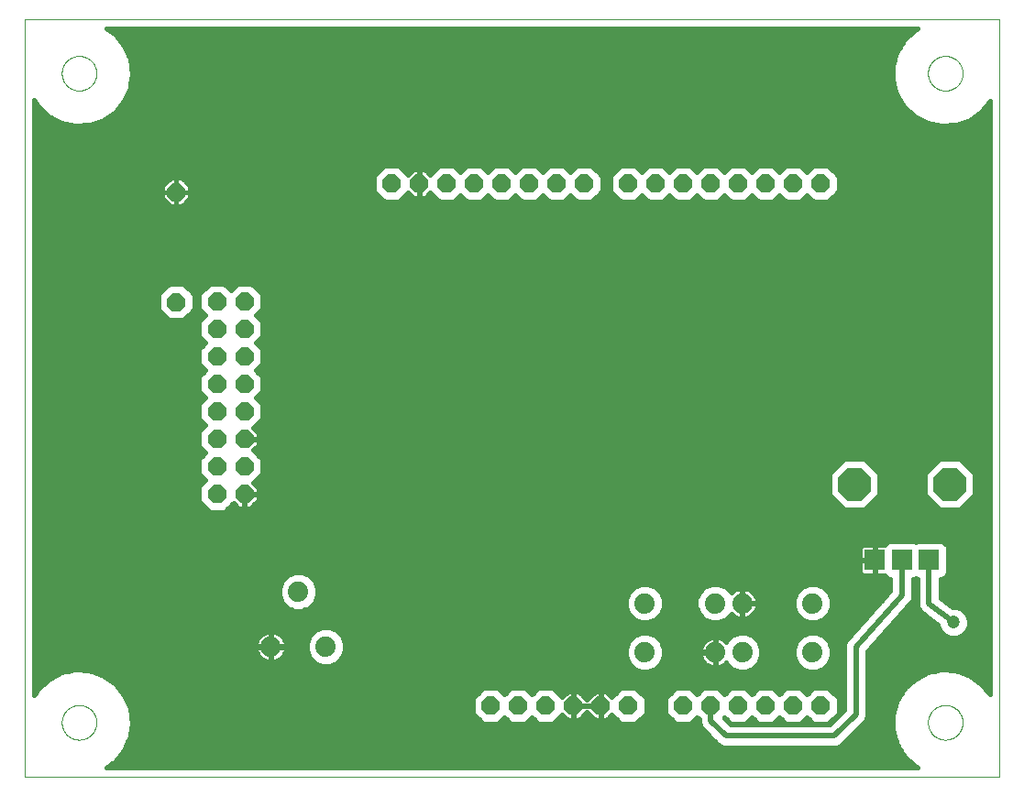
<source format=gtl>
G75*
%MOIN*%
%OFA0B0*%
%FSLAX25Y25*%
%IPPOS*%
%LPD*%
%AMOC8*
5,1,8,0,0,1.08239X$1,22.5*
%
%ADD10C,0.00394*%
%ADD11OC8,0.06600*%
%ADD12C,0.00000*%
%ADD13C,0.07400*%
%ADD14R,0.07400X0.07400*%
%ADD15OC8,0.11811*%
%ADD16C,0.01600*%
%ADD17C,0.03562*%
%ADD18C,0.01969*%
%ADD19C,0.04724*%
D10*
X0020800Y0011800D02*
X0020800Y0287391D01*
X0375131Y0287391D01*
X0375131Y0011800D01*
X0020800Y0011800D01*
D11*
X0090603Y0114595D03*
X0100603Y0114595D03*
X0100603Y0124595D03*
X0090603Y0124595D03*
X0090603Y0134595D03*
X0100603Y0134595D03*
X0100603Y0144595D03*
X0090603Y0144595D03*
X0090603Y0154595D03*
X0100603Y0154595D03*
X0100603Y0164595D03*
X0090603Y0164595D03*
X0090603Y0174595D03*
X0100603Y0174595D03*
X0100603Y0184595D03*
X0090603Y0184595D03*
X0075789Y0184509D03*
X0075789Y0224509D03*
X0154170Y0227548D03*
X0164170Y0227548D03*
X0174170Y0227548D03*
X0184170Y0227548D03*
X0194170Y0227548D03*
X0204170Y0227548D03*
X0214170Y0227548D03*
X0224170Y0227548D03*
X0240170Y0227548D03*
X0250170Y0227548D03*
X0260170Y0227548D03*
X0270170Y0227548D03*
X0280170Y0227548D03*
X0290170Y0227548D03*
X0300170Y0227548D03*
X0310170Y0227548D03*
X0310170Y0037548D03*
X0300170Y0037548D03*
X0290170Y0037548D03*
X0280170Y0037548D03*
X0270170Y0037548D03*
X0260170Y0037548D03*
X0240170Y0037548D03*
X0230170Y0037548D03*
X0220170Y0037548D03*
X0210170Y0037548D03*
X0200170Y0037548D03*
X0190170Y0037548D03*
D12*
X0034186Y0031485D02*
X0034188Y0031643D01*
X0034194Y0031801D01*
X0034204Y0031959D01*
X0034218Y0032117D01*
X0034236Y0032274D01*
X0034257Y0032431D01*
X0034283Y0032587D01*
X0034313Y0032743D01*
X0034346Y0032898D01*
X0034384Y0033051D01*
X0034425Y0033204D01*
X0034470Y0033356D01*
X0034519Y0033507D01*
X0034572Y0033656D01*
X0034628Y0033804D01*
X0034688Y0033950D01*
X0034752Y0034095D01*
X0034820Y0034238D01*
X0034891Y0034380D01*
X0034965Y0034520D01*
X0035043Y0034657D01*
X0035125Y0034793D01*
X0035209Y0034927D01*
X0035298Y0035058D01*
X0035389Y0035187D01*
X0035484Y0035314D01*
X0035581Y0035439D01*
X0035682Y0035561D01*
X0035786Y0035680D01*
X0035893Y0035797D01*
X0036003Y0035911D01*
X0036116Y0036022D01*
X0036231Y0036131D01*
X0036349Y0036236D01*
X0036470Y0036338D01*
X0036593Y0036438D01*
X0036719Y0036534D01*
X0036847Y0036627D01*
X0036977Y0036717D01*
X0037110Y0036803D01*
X0037245Y0036887D01*
X0037381Y0036966D01*
X0037520Y0037043D01*
X0037661Y0037115D01*
X0037803Y0037185D01*
X0037947Y0037250D01*
X0038093Y0037312D01*
X0038240Y0037370D01*
X0038389Y0037425D01*
X0038539Y0037476D01*
X0038690Y0037523D01*
X0038842Y0037566D01*
X0038995Y0037605D01*
X0039150Y0037641D01*
X0039305Y0037672D01*
X0039461Y0037700D01*
X0039617Y0037724D01*
X0039774Y0037744D01*
X0039932Y0037760D01*
X0040089Y0037772D01*
X0040248Y0037780D01*
X0040406Y0037784D01*
X0040564Y0037784D01*
X0040722Y0037780D01*
X0040881Y0037772D01*
X0041038Y0037760D01*
X0041196Y0037744D01*
X0041353Y0037724D01*
X0041509Y0037700D01*
X0041665Y0037672D01*
X0041820Y0037641D01*
X0041975Y0037605D01*
X0042128Y0037566D01*
X0042280Y0037523D01*
X0042431Y0037476D01*
X0042581Y0037425D01*
X0042730Y0037370D01*
X0042877Y0037312D01*
X0043023Y0037250D01*
X0043167Y0037185D01*
X0043309Y0037115D01*
X0043450Y0037043D01*
X0043589Y0036966D01*
X0043725Y0036887D01*
X0043860Y0036803D01*
X0043993Y0036717D01*
X0044123Y0036627D01*
X0044251Y0036534D01*
X0044377Y0036438D01*
X0044500Y0036338D01*
X0044621Y0036236D01*
X0044739Y0036131D01*
X0044854Y0036022D01*
X0044967Y0035911D01*
X0045077Y0035797D01*
X0045184Y0035680D01*
X0045288Y0035561D01*
X0045389Y0035439D01*
X0045486Y0035314D01*
X0045581Y0035187D01*
X0045672Y0035058D01*
X0045761Y0034927D01*
X0045845Y0034793D01*
X0045927Y0034657D01*
X0046005Y0034520D01*
X0046079Y0034380D01*
X0046150Y0034238D01*
X0046218Y0034095D01*
X0046282Y0033950D01*
X0046342Y0033804D01*
X0046398Y0033656D01*
X0046451Y0033507D01*
X0046500Y0033356D01*
X0046545Y0033204D01*
X0046586Y0033051D01*
X0046624Y0032898D01*
X0046657Y0032743D01*
X0046687Y0032587D01*
X0046713Y0032431D01*
X0046734Y0032274D01*
X0046752Y0032117D01*
X0046766Y0031959D01*
X0046776Y0031801D01*
X0046782Y0031643D01*
X0046784Y0031485D01*
X0046782Y0031327D01*
X0046776Y0031169D01*
X0046766Y0031011D01*
X0046752Y0030853D01*
X0046734Y0030696D01*
X0046713Y0030539D01*
X0046687Y0030383D01*
X0046657Y0030227D01*
X0046624Y0030072D01*
X0046586Y0029919D01*
X0046545Y0029766D01*
X0046500Y0029614D01*
X0046451Y0029463D01*
X0046398Y0029314D01*
X0046342Y0029166D01*
X0046282Y0029020D01*
X0046218Y0028875D01*
X0046150Y0028732D01*
X0046079Y0028590D01*
X0046005Y0028450D01*
X0045927Y0028313D01*
X0045845Y0028177D01*
X0045761Y0028043D01*
X0045672Y0027912D01*
X0045581Y0027783D01*
X0045486Y0027656D01*
X0045389Y0027531D01*
X0045288Y0027409D01*
X0045184Y0027290D01*
X0045077Y0027173D01*
X0044967Y0027059D01*
X0044854Y0026948D01*
X0044739Y0026839D01*
X0044621Y0026734D01*
X0044500Y0026632D01*
X0044377Y0026532D01*
X0044251Y0026436D01*
X0044123Y0026343D01*
X0043993Y0026253D01*
X0043860Y0026167D01*
X0043725Y0026083D01*
X0043589Y0026004D01*
X0043450Y0025927D01*
X0043309Y0025855D01*
X0043167Y0025785D01*
X0043023Y0025720D01*
X0042877Y0025658D01*
X0042730Y0025600D01*
X0042581Y0025545D01*
X0042431Y0025494D01*
X0042280Y0025447D01*
X0042128Y0025404D01*
X0041975Y0025365D01*
X0041820Y0025329D01*
X0041665Y0025298D01*
X0041509Y0025270D01*
X0041353Y0025246D01*
X0041196Y0025226D01*
X0041038Y0025210D01*
X0040881Y0025198D01*
X0040722Y0025190D01*
X0040564Y0025186D01*
X0040406Y0025186D01*
X0040248Y0025190D01*
X0040089Y0025198D01*
X0039932Y0025210D01*
X0039774Y0025226D01*
X0039617Y0025246D01*
X0039461Y0025270D01*
X0039305Y0025298D01*
X0039150Y0025329D01*
X0038995Y0025365D01*
X0038842Y0025404D01*
X0038690Y0025447D01*
X0038539Y0025494D01*
X0038389Y0025545D01*
X0038240Y0025600D01*
X0038093Y0025658D01*
X0037947Y0025720D01*
X0037803Y0025785D01*
X0037661Y0025855D01*
X0037520Y0025927D01*
X0037381Y0026004D01*
X0037245Y0026083D01*
X0037110Y0026167D01*
X0036977Y0026253D01*
X0036847Y0026343D01*
X0036719Y0026436D01*
X0036593Y0026532D01*
X0036470Y0026632D01*
X0036349Y0026734D01*
X0036231Y0026839D01*
X0036116Y0026948D01*
X0036003Y0027059D01*
X0035893Y0027173D01*
X0035786Y0027290D01*
X0035682Y0027409D01*
X0035581Y0027531D01*
X0035484Y0027656D01*
X0035389Y0027783D01*
X0035298Y0027912D01*
X0035209Y0028043D01*
X0035125Y0028177D01*
X0035043Y0028313D01*
X0034965Y0028450D01*
X0034891Y0028590D01*
X0034820Y0028732D01*
X0034752Y0028875D01*
X0034688Y0029020D01*
X0034628Y0029166D01*
X0034572Y0029314D01*
X0034519Y0029463D01*
X0034470Y0029614D01*
X0034425Y0029766D01*
X0034384Y0029919D01*
X0034346Y0030072D01*
X0034313Y0030227D01*
X0034283Y0030383D01*
X0034257Y0030539D01*
X0034236Y0030696D01*
X0034218Y0030853D01*
X0034204Y0031011D01*
X0034194Y0031169D01*
X0034188Y0031327D01*
X0034186Y0031485D01*
X0034186Y0267706D02*
X0034188Y0267864D01*
X0034194Y0268022D01*
X0034204Y0268180D01*
X0034218Y0268338D01*
X0034236Y0268495D01*
X0034257Y0268652D01*
X0034283Y0268808D01*
X0034313Y0268964D01*
X0034346Y0269119D01*
X0034384Y0269272D01*
X0034425Y0269425D01*
X0034470Y0269577D01*
X0034519Y0269728D01*
X0034572Y0269877D01*
X0034628Y0270025D01*
X0034688Y0270171D01*
X0034752Y0270316D01*
X0034820Y0270459D01*
X0034891Y0270601D01*
X0034965Y0270741D01*
X0035043Y0270878D01*
X0035125Y0271014D01*
X0035209Y0271148D01*
X0035298Y0271279D01*
X0035389Y0271408D01*
X0035484Y0271535D01*
X0035581Y0271660D01*
X0035682Y0271782D01*
X0035786Y0271901D01*
X0035893Y0272018D01*
X0036003Y0272132D01*
X0036116Y0272243D01*
X0036231Y0272352D01*
X0036349Y0272457D01*
X0036470Y0272559D01*
X0036593Y0272659D01*
X0036719Y0272755D01*
X0036847Y0272848D01*
X0036977Y0272938D01*
X0037110Y0273024D01*
X0037245Y0273108D01*
X0037381Y0273187D01*
X0037520Y0273264D01*
X0037661Y0273336D01*
X0037803Y0273406D01*
X0037947Y0273471D01*
X0038093Y0273533D01*
X0038240Y0273591D01*
X0038389Y0273646D01*
X0038539Y0273697D01*
X0038690Y0273744D01*
X0038842Y0273787D01*
X0038995Y0273826D01*
X0039150Y0273862D01*
X0039305Y0273893D01*
X0039461Y0273921D01*
X0039617Y0273945D01*
X0039774Y0273965D01*
X0039932Y0273981D01*
X0040089Y0273993D01*
X0040248Y0274001D01*
X0040406Y0274005D01*
X0040564Y0274005D01*
X0040722Y0274001D01*
X0040881Y0273993D01*
X0041038Y0273981D01*
X0041196Y0273965D01*
X0041353Y0273945D01*
X0041509Y0273921D01*
X0041665Y0273893D01*
X0041820Y0273862D01*
X0041975Y0273826D01*
X0042128Y0273787D01*
X0042280Y0273744D01*
X0042431Y0273697D01*
X0042581Y0273646D01*
X0042730Y0273591D01*
X0042877Y0273533D01*
X0043023Y0273471D01*
X0043167Y0273406D01*
X0043309Y0273336D01*
X0043450Y0273264D01*
X0043589Y0273187D01*
X0043725Y0273108D01*
X0043860Y0273024D01*
X0043993Y0272938D01*
X0044123Y0272848D01*
X0044251Y0272755D01*
X0044377Y0272659D01*
X0044500Y0272559D01*
X0044621Y0272457D01*
X0044739Y0272352D01*
X0044854Y0272243D01*
X0044967Y0272132D01*
X0045077Y0272018D01*
X0045184Y0271901D01*
X0045288Y0271782D01*
X0045389Y0271660D01*
X0045486Y0271535D01*
X0045581Y0271408D01*
X0045672Y0271279D01*
X0045761Y0271148D01*
X0045845Y0271014D01*
X0045927Y0270878D01*
X0046005Y0270741D01*
X0046079Y0270601D01*
X0046150Y0270459D01*
X0046218Y0270316D01*
X0046282Y0270171D01*
X0046342Y0270025D01*
X0046398Y0269877D01*
X0046451Y0269728D01*
X0046500Y0269577D01*
X0046545Y0269425D01*
X0046586Y0269272D01*
X0046624Y0269119D01*
X0046657Y0268964D01*
X0046687Y0268808D01*
X0046713Y0268652D01*
X0046734Y0268495D01*
X0046752Y0268338D01*
X0046766Y0268180D01*
X0046776Y0268022D01*
X0046782Y0267864D01*
X0046784Y0267706D01*
X0046782Y0267548D01*
X0046776Y0267390D01*
X0046766Y0267232D01*
X0046752Y0267074D01*
X0046734Y0266917D01*
X0046713Y0266760D01*
X0046687Y0266604D01*
X0046657Y0266448D01*
X0046624Y0266293D01*
X0046586Y0266140D01*
X0046545Y0265987D01*
X0046500Y0265835D01*
X0046451Y0265684D01*
X0046398Y0265535D01*
X0046342Y0265387D01*
X0046282Y0265241D01*
X0046218Y0265096D01*
X0046150Y0264953D01*
X0046079Y0264811D01*
X0046005Y0264671D01*
X0045927Y0264534D01*
X0045845Y0264398D01*
X0045761Y0264264D01*
X0045672Y0264133D01*
X0045581Y0264004D01*
X0045486Y0263877D01*
X0045389Y0263752D01*
X0045288Y0263630D01*
X0045184Y0263511D01*
X0045077Y0263394D01*
X0044967Y0263280D01*
X0044854Y0263169D01*
X0044739Y0263060D01*
X0044621Y0262955D01*
X0044500Y0262853D01*
X0044377Y0262753D01*
X0044251Y0262657D01*
X0044123Y0262564D01*
X0043993Y0262474D01*
X0043860Y0262388D01*
X0043725Y0262304D01*
X0043589Y0262225D01*
X0043450Y0262148D01*
X0043309Y0262076D01*
X0043167Y0262006D01*
X0043023Y0261941D01*
X0042877Y0261879D01*
X0042730Y0261821D01*
X0042581Y0261766D01*
X0042431Y0261715D01*
X0042280Y0261668D01*
X0042128Y0261625D01*
X0041975Y0261586D01*
X0041820Y0261550D01*
X0041665Y0261519D01*
X0041509Y0261491D01*
X0041353Y0261467D01*
X0041196Y0261447D01*
X0041038Y0261431D01*
X0040881Y0261419D01*
X0040722Y0261411D01*
X0040564Y0261407D01*
X0040406Y0261407D01*
X0040248Y0261411D01*
X0040089Y0261419D01*
X0039932Y0261431D01*
X0039774Y0261447D01*
X0039617Y0261467D01*
X0039461Y0261491D01*
X0039305Y0261519D01*
X0039150Y0261550D01*
X0038995Y0261586D01*
X0038842Y0261625D01*
X0038690Y0261668D01*
X0038539Y0261715D01*
X0038389Y0261766D01*
X0038240Y0261821D01*
X0038093Y0261879D01*
X0037947Y0261941D01*
X0037803Y0262006D01*
X0037661Y0262076D01*
X0037520Y0262148D01*
X0037381Y0262225D01*
X0037245Y0262304D01*
X0037110Y0262388D01*
X0036977Y0262474D01*
X0036847Y0262564D01*
X0036719Y0262657D01*
X0036593Y0262753D01*
X0036470Y0262853D01*
X0036349Y0262955D01*
X0036231Y0263060D01*
X0036116Y0263169D01*
X0036003Y0263280D01*
X0035893Y0263394D01*
X0035786Y0263511D01*
X0035682Y0263630D01*
X0035581Y0263752D01*
X0035484Y0263877D01*
X0035389Y0264004D01*
X0035298Y0264133D01*
X0035209Y0264264D01*
X0035125Y0264398D01*
X0035043Y0264534D01*
X0034965Y0264671D01*
X0034891Y0264811D01*
X0034820Y0264953D01*
X0034752Y0265096D01*
X0034688Y0265241D01*
X0034628Y0265387D01*
X0034572Y0265535D01*
X0034519Y0265684D01*
X0034470Y0265835D01*
X0034425Y0265987D01*
X0034384Y0266140D01*
X0034346Y0266293D01*
X0034313Y0266448D01*
X0034283Y0266604D01*
X0034257Y0266760D01*
X0034236Y0266917D01*
X0034218Y0267074D01*
X0034204Y0267232D01*
X0034194Y0267390D01*
X0034188Y0267548D01*
X0034186Y0267706D01*
X0349147Y0267706D02*
X0349149Y0267864D01*
X0349155Y0268022D01*
X0349165Y0268180D01*
X0349179Y0268338D01*
X0349197Y0268495D01*
X0349218Y0268652D01*
X0349244Y0268808D01*
X0349274Y0268964D01*
X0349307Y0269119D01*
X0349345Y0269272D01*
X0349386Y0269425D01*
X0349431Y0269577D01*
X0349480Y0269728D01*
X0349533Y0269877D01*
X0349589Y0270025D01*
X0349649Y0270171D01*
X0349713Y0270316D01*
X0349781Y0270459D01*
X0349852Y0270601D01*
X0349926Y0270741D01*
X0350004Y0270878D01*
X0350086Y0271014D01*
X0350170Y0271148D01*
X0350259Y0271279D01*
X0350350Y0271408D01*
X0350445Y0271535D01*
X0350542Y0271660D01*
X0350643Y0271782D01*
X0350747Y0271901D01*
X0350854Y0272018D01*
X0350964Y0272132D01*
X0351077Y0272243D01*
X0351192Y0272352D01*
X0351310Y0272457D01*
X0351431Y0272559D01*
X0351554Y0272659D01*
X0351680Y0272755D01*
X0351808Y0272848D01*
X0351938Y0272938D01*
X0352071Y0273024D01*
X0352206Y0273108D01*
X0352342Y0273187D01*
X0352481Y0273264D01*
X0352622Y0273336D01*
X0352764Y0273406D01*
X0352908Y0273471D01*
X0353054Y0273533D01*
X0353201Y0273591D01*
X0353350Y0273646D01*
X0353500Y0273697D01*
X0353651Y0273744D01*
X0353803Y0273787D01*
X0353956Y0273826D01*
X0354111Y0273862D01*
X0354266Y0273893D01*
X0354422Y0273921D01*
X0354578Y0273945D01*
X0354735Y0273965D01*
X0354893Y0273981D01*
X0355050Y0273993D01*
X0355209Y0274001D01*
X0355367Y0274005D01*
X0355525Y0274005D01*
X0355683Y0274001D01*
X0355842Y0273993D01*
X0355999Y0273981D01*
X0356157Y0273965D01*
X0356314Y0273945D01*
X0356470Y0273921D01*
X0356626Y0273893D01*
X0356781Y0273862D01*
X0356936Y0273826D01*
X0357089Y0273787D01*
X0357241Y0273744D01*
X0357392Y0273697D01*
X0357542Y0273646D01*
X0357691Y0273591D01*
X0357838Y0273533D01*
X0357984Y0273471D01*
X0358128Y0273406D01*
X0358270Y0273336D01*
X0358411Y0273264D01*
X0358550Y0273187D01*
X0358686Y0273108D01*
X0358821Y0273024D01*
X0358954Y0272938D01*
X0359084Y0272848D01*
X0359212Y0272755D01*
X0359338Y0272659D01*
X0359461Y0272559D01*
X0359582Y0272457D01*
X0359700Y0272352D01*
X0359815Y0272243D01*
X0359928Y0272132D01*
X0360038Y0272018D01*
X0360145Y0271901D01*
X0360249Y0271782D01*
X0360350Y0271660D01*
X0360447Y0271535D01*
X0360542Y0271408D01*
X0360633Y0271279D01*
X0360722Y0271148D01*
X0360806Y0271014D01*
X0360888Y0270878D01*
X0360966Y0270741D01*
X0361040Y0270601D01*
X0361111Y0270459D01*
X0361179Y0270316D01*
X0361243Y0270171D01*
X0361303Y0270025D01*
X0361359Y0269877D01*
X0361412Y0269728D01*
X0361461Y0269577D01*
X0361506Y0269425D01*
X0361547Y0269272D01*
X0361585Y0269119D01*
X0361618Y0268964D01*
X0361648Y0268808D01*
X0361674Y0268652D01*
X0361695Y0268495D01*
X0361713Y0268338D01*
X0361727Y0268180D01*
X0361737Y0268022D01*
X0361743Y0267864D01*
X0361745Y0267706D01*
X0361743Y0267548D01*
X0361737Y0267390D01*
X0361727Y0267232D01*
X0361713Y0267074D01*
X0361695Y0266917D01*
X0361674Y0266760D01*
X0361648Y0266604D01*
X0361618Y0266448D01*
X0361585Y0266293D01*
X0361547Y0266140D01*
X0361506Y0265987D01*
X0361461Y0265835D01*
X0361412Y0265684D01*
X0361359Y0265535D01*
X0361303Y0265387D01*
X0361243Y0265241D01*
X0361179Y0265096D01*
X0361111Y0264953D01*
X0361040Y0264811D01*
X0360966Y0264671D01*
X0360888Y0264534D01*
X0360806Y0264398D01*
X0360722Y0264264D01*
X0360633Y0264133D01*
X0360542Y0264004D01*
X0360447Y0263877D01*
X0360350Y0263752D01*
X0360249Y0263630D01*
X0360145Y0263511D01*
X0360038Y0263394D01*
X0359928Y0263280D01*
X0359815Y0263169D01*
X0359700Y0263060D01*
X0359582Y0262955D01*
X0359461Y0262853D01*
X0359338Y0262753D01*
X0359212Y0262657D01*
X0359084Y0262564D01*
X0358954Y0262474D01*
X0358821Y0262388D01*
X0358686Y0262304D01*
X0358550Y0262225D01*
X0358411Y0262148D01*
X0358270Y0262076D01*
X0358128Y0262006D01*
X0357984Y0261941D01*
X0357838Y0261879D01*
X0357691Y0261821D01*
X0357542Y0261766D01*
X0357392Y0261715D01*
X0357241Y0261668D01*
X0357089Y0261625D01*
X0356936Y0261586D01*
X0356781Y0261550D01*
X0356626Y0261519D01*
X0356470Y0261491D01*
X0356314Y0261467D01*
X0356157Y0261447D01*
X0355999Y0261431D01*
X0355842Y0261419D01*
X0355683Y0261411D01*
X0355525Y0261407D01*
X0355367Y0261407D01*
X0355209Y0261411D01*
X0355050Y0261419D01*
X0354893Y0261431D01*
X0354735Y0261447D01*
X0354578Y0261467D01*
X0354422Y0261491D01*
X0354266Y0261519D01*
X0354111Y0261550D01*
X0353956Y0261586D01*
X0353803Y0261625D01*
X0353651Y0261668D01*
X0353500Y0261715D01*
X0353350Y0261766D01*
X0353201Y0261821D01*
X0353054Y0261879D01*
X0352908Y0261941D01*
X0352764Y0262006D01*
X0352622Y0262076D01*
X0352481Y0262148D01*
X0352342Y0262225D01*
X0352206Y0262304D01*
X0352071Y0262388D01*
X0351938Y0262474D01*
X0351808Y0262564D01*
X0351680Y0262657D01*
X0351554Y0262753D01*
X0351431Y0262853D01*
X0351310Y0262955D01*
X0351192Y0263060D01*
X0351077Y0263169D01*
X0350964Y0263280D01*
X0350854Y0263394D01*
X0350747Y0263511D01*
X0350643Y0263630D01*
X0350542Y0263752D01*
X0350445Y0263877D01*
X0350350Y0264004D01*
X0350259Y0264133D01*
X0350170Y0264264D01*
X0350086Y0264398D01*
X0350004Y0264534D01*
X0349926Y0264671D01*
X0349852Y0264811D01*
X0349781Y0264953D01*
X0349713Y0265096D01*
X0349649Y0265241D01*
X0349589Y0265387D01*
X0349533Y0265535D01*
X0349480Y0265684D01*
X0349431Y0265835D01*
X0349386Y0265987D01*
X0349345Y0266140D01*
X0349307Y0266293D01*
X0349274Y0266448D01*
X0349244Y0266604D01*
X0349218Y0266760D01*
X0349197Y0266917D01*
X0349179Y0267074D01*
X0349165Y0267232D01*
X0349155Y0267390D01*
X0349149Y0267548D01*
X0349147Y0267706D01*
X0349147Y0031485D02*
X0349149Y0031643D01*
X0349155Y0031801D01*
X0349165Y0031959D01*
X0349179Y0032117D01*
X0349197Y0032274D01*
X0349218Y0032431D01*
X0349244Y0032587D01*
X0349274Y0032743D01*
X0349307Y0032898D01*
X0349345Y0033051D01*
X0349386Y0033204D01*
X0349431Y0033356D01*
X0349480Y0033507D01*
X0349533Y0033656D01*
X0349589Y0033804D01*
X0349649Y0033950D01*
X0349713Y0034095D01*
X0349781Y0034238D01*
X0349852Y0034380D01*
X0349926Y0034520D01*
X0350004Y0034657D01*
X0350086Y0034793D01*
X0350170Y0034927D01*
X0350259Y0035058D01*
X0350350Y0035187D01*
X0350445Y0035314D01*
X0350542Y0035439D01*
X0350643Y0035561D01*
X0350747Y0035680D01*
X0350854Y0035797D01*
X0350964Y0035911D01*
X0351077Y0036022D01*
X0351192Y0036131D01*
X0351310Y0036236D01*
X0351431Y0036338D01*
X0351554Y0036438D01*
X0351680Y0036534D01*
X0351808Y0036627D01*
X0351938Y0036717D01*
X0352071Y0036803D01*
X0352206Y0036887D01*
X0352342Y0036966D01*
X0352481Y0037043D01*
X0352622Y0037115D01*
X0352764Y0037185D01*
X0352908Y0037250D01*
X0353054Y0037312D01*
X0353201Y0037370D01*
X0353350Y0037425D01*
X0353500Y0037476D01*
X0353651Y0037523D01*
X0353803Y0037566D01*
X0353956Y0037605D01*
X0354111Y0037641D01*
X0354266Y0037672D01*
X0354422Y0037700D01*
X0354578Y0037724D01*
X0354735Y0037744D01*
X0354893Y0037760D01*
X0355050Y0037772D01*
X0355209Y0037780D01*
X0355367Y0037784D01*
X0355525Y0037784D01*
X0355683Y0037780D01*
X0355842Y0037772D01*
X0355999Y0037760D01*
X0356157Y0037744D01*
X0356314Y0037724D01*
X0356470Y0037700D01*
X0356626Y0037672D01*
X0356781Y0037641D01*
X0356936Y0037605D01*
X0357089Y0037566D01*
X0357241Y0037523D01*
X0357392Y0037476D01*
X0357542Y0037425D01*
X0357691Y0037370D01*
X0357838Y0037312D01*
X0357984Y0037250D01*
X0358128Y0037185D01*
X0358270Y0037115D01*
X0358411Y0037043D01*
X0358550Y0036966D01*
X0358686Y0036887D01*
X0358821Y0036803D01*
X0358954Y0036717D01*
X0359084Y0036627D01*
X0359212Y0036534D01*
X0359338Y0036438D01*
X0359461Y0036338D01*
X0359582Y0036236D01*
X0359700Y0036131D01*
X0359815Y0036022D01*
X0359928Y0035911D01*
X0360038Y0035797D01*
X0360145Y0035680D01*
X0360249Y0035561D01*
X0360350Y0035439D01*
X0360447Y0035314D01*
X0360542Y0035187D01*
X0360633Y0035058D01*
X0360722Y0034927D01*
X0360806Y0034793D01*
X0360888Y0034657D01*
X0360966Y0034520D01*
X0361040Y0034380D01*
X0361111Y0034238D01*
X0361179Y0034095D01*
X0361243Y0033950D01*
X0361303Y0033804D01*
X0361359Y0033656D01*
X0361412Y0033507D01*
X0361461Y0033356D01*
X0361506Y0033204D01*
X0361547Y0033051D01*
X0361585Y0032898D01*
X0361618Y0032743D01*
X0361648Y0032587D01*
X0361674Y0032431D01*
X0361695Y0032274D01*
X0361713Y0032117D01*
X0361727Y0031959D01*
X0361737Y0031801D01*
X0361743Y0031643D01*
X0361745Y0031485D01*
X0361743Y0031327D01*
X0361737Y0031169D01*
X0361727Y0031011D01*
X0361713Y0030853D01*
X0361695Y0030696D01*
X0361674Y0030539D01*
X0361648Y0030383D01*
X0361618Y0030227D01*
X0361585Y0030072D01*
X0361547Y0029919D01*
X0361506Y0029766D01*
X0361461Y0029614D01*
X0361412Y0029463D01*
X0361359Y0029314D01*
X0361303Y0029166D01*
X0361243Y0029020D01*
X0361179Y0028875D01*
X0361111Y0028732D01*
X0361040Y0028590D01*
X0360966Y0028450D01*
X0360888Y0028313D01*
X0360806Y0028177D01*
X0360722Y0028043D01*
X0360633Y0027912D01*
X0360542Y0027783D01*
X0360447Y0027656D01*
X0360350Y0027531D01*
X0360249Y0027409D01*
X0360145Y0027290D01*
X0360038Y0027173D01*
X0359928Y0027059D01*
X0359815Y0026948D01*
X0359700Y0026839D01*
X0359582Y0026734D01*
X0359461Y0026632D01*
X0359338Y0026532D01*
X0359212Y0026436D01*
X0359084Y0026343D01*
X0358954Y0026253D01*
X0358821Y0026167D01*
X0358686Y0026083D01*
X0358550Y0026004D01*
X0358411Y0025927D01*
X0358270Y0025855D01*
X0358128Y0025785D01*
X0357984Y0025720D01*
X0357838Y0025658D01*
X0357691Y0025600D01*
X0357542Y0025545D01*
X0357392Y0025494D01*
X0357241Y0025447D01*
X0357089Y0025404D01*
X0356936Y0025365D01*
X0356781Y0025329D01*
X0356626Y0025298D01*
X0356470Y0025270D01*
X0356314Y0025246D01*
X0356157Y0025226D01*
X0355999Y0025210D01*
X0355842Y0025198D01*
X0355683Y0025190D01*
X0355525Y0025186D01*
X0355367Y0025186D01*
X0355209Y0025190D01*
X0355050Y0025198D01*
X0354893Y0025210D01*
X0354735Y0025226D01*
X0354578Y0025246D01*
X0354422Y0025270D01*
X0354266Y0025298D01*
X0354111Y0025329D01*
X0353956Y0025365D01*
X0353803Y0025404D01*
X0353651Y0025447D01*
X0353500Y0025494D01*
X0353350Y0025545D01*
X0353201Y0025600D01*
X0353054Y0025658D01*
X0352908Y0025720D01*
X0352764Y0025785D01*
X0352622Y0025855D01*
X0352481Y0025927D01*
X0352342Y0026004D01*
X0352206Y0026083D01*
X0352071Y0026167D01*
X0351938Y0026253D01*
X0351808Y0026343D01*
X0351680Y0026436D01*
X0351554Y0026532D01*
X0351431Y0026632D01*
X0351310Y0026734D01*
X0351192Y0026839D01*
X0351077Y0026948D01*
X0350964Y0027059D01*
X0350854Y0027173D01*
X0350747Y0027290D01*
X0350643Y0027409D01*
X0350542Y0027531D01*
X0350445Y0027656D01*
X0350350Y0027783D01*
X0350259Y0027912D01*
X0350170Y0028043D01*
X0350086Y0028177D01*
X0350004Y0028313D01*
X0349926Y0028450D01*
X0349852Y0028590D01*
X0349781Y0028732D01*
X0349713Y0028875D01*
X0349649Y0029020D01*
X0349589Y0029166D01*
X0349533Y0029314D01*
X0349480Y0029463D01*
X0349431Y0029614D01*
X0349386Y0029766D01*
X0349345Y0029919D01*
X0349307Y0030072D01*
X0349274Y0030227D01*
X0349244Y0030383D01*
X0349218Y0030539D01*
X0349197Y0030696D01*
X0349179Y0030853D01*
X0349165Y0031011D01*
X0349155Y0031169D01*
X0349149Y0031327D01*
X0349147Y0031485D01*
D13*
X0307222Y0057034D03*
X0307222Y0074834D03*
X0281622Y0074834D03*
X0271789Y0074834D03*
X0271789Y0057034D03*
X0281622Y0057034D03*
X0246189Y0057034D03*
X0246189Y0074834D03*
X0130209Y0059044D03*
X0110209Y0059044D03*
X0120209Y0079044D03*
D14*
X0329855Y0090540D03*
X0339698Y0090540D03*
X0349540Y0090540D03*
D15*
X0357020Y0118099D03*
X0322375Y0118099D03*
D16*
X0331480Y0117302D02*
X0347915Y0117302D01*
X0347915Y0118900D02*
X0331480Y0118900D01*
X0331480Y0120499D02*
X0347915Y0120499D01*
X0347915Y0121871D02*
X0347915Y0114328D01*
X0353249Y0108994D01*
X0360792Y0108994D01*
X0366126Y0114328D01*
X0366126Y0121871D01*
X0360792Y0127205D01*
X0353249Y0127205D01*
X0347915Y0121871D01*
X0348141Y0122097D02*
X0331254Y0122097D01*
X0331480Y0121871D02*
X0326146Y0127205D01*
X0318603Y0127205D01*
X0313269Y0121871D01*
X0313269Y0114328D01*
X0318603Y0108994D01*
X0326146Y0108994D01*
X0331480Y0114328D01*
X0331480Y0121871D01*
X0329655Y0123696D02*
X0349740Y0123696D01*
X0351338Y0125294D02*
X0328057Y0125294D01*
X0326458Y0126893D02*
X0352937Y0126893D01*
X0361104Y0126893D02*
X0371734Y0126893D01*
X0371734Y0128491D02*
X0105899Y0128491D01*
X0107103Y0127288D02*
X0103806Y0130585D01*
X0105703Y0132483D01*
X0105703Y0134395D01*
X0100803Y0134395D01*
X0100803Y0134795D01*
X0105703Y0134795D01*
X0105703Y0136708D01*
X0103806Y0138605D01*
X0107103Y0141903D01*
X0107103Y0147288D01*
X0104796Y0149595D01*
X0107103Y0151903D01*
X0107103Y0157288D01*
X0104796Y0159595D01*
X0107103Y0161903D01*
X0107103Y0167288D01*
X0104796Y0169595D01*
X0107103Y0171903D01*
X0107103Y0177288D01*
X0104796Y0179595D01*
X0107103Y0181903D01*
X0107103Y0187288D01*
X0103296Y0191095D01*
X0097911Y0191095D01*
X0095603Y0188788D01*
X0093296Y0191095D01*
X0087911Y0191095D01*
X0084103Y0187288D01*
X0084103Y0181903D01*
X0086411Y0179595D01*
X0084103Y0177288D01*
X0084103Y0171903D01*
X0086411Y0169595D01*
X0084103Y0167288D01*
X0084103Y0161903D01*
X0086411Y0159595D01*
X0084103Y0157288D01*
X0084103Y0151903D01*
X0086411Y0149595D01*
X0084103Y0147288D01*
X0084103Y0141903D01*
X0086411Y0139595D01*
X0084103Y0137288D01*
X0084103Y0131903D01*
X0086411Y0129595D01*
X0084103Y0127288D01*
X0084103Y0121903D01*
X0086411Y0119595D01*
X0084103Y0117288D01*
X0084103Y0111903D01*
X0087911Y0108095D01*
X0093296Y0108095D01*
X0096593Y0111393D01*
X0098491Y0109495D01*
X0100403Y0109495D01*
X0100403Y0114395D01*
X0100803Y0114395D01*
X0100803Y0109495D01*
X0102716Y0109495D01*
X0105703Y0112483D01*
X0105703Y0114395D01*
X0100803Y0114395D01*
X0100803Y0114795D01*
X0105703Y0114795D01*
X0105703Y0116708D01*
X0103806Y0118605D01*
X0107103Y0121903D01*
X0107103Y0127288D01*
X0107103Y0126893D02*
X0318291Y0126893D01*
X0316693Y0125294D02*
X0107103Y0125294D01*
X0107103Y0123696D02*
X0315094Y0123696D01*
X0313496Y0122097D02*
X0107103Y0122097D01*
X0105699Y0120499D02*
X0313269Y0120499D01*
X0313269Y0118900D02*
X0104101Y0118900D01*
X0105109Y0117302D02*
X0313269Y0117302D01*
X0313269Y0115703D02*
X0105703Y0115703D01*
X0105703Y0114105D02*
X0313492Y0114105D01*
X0315091Y0112506D02*
X0105703Y0112506D01*
X0104128Y0110908D02*
X0316689Y0110908D01*
X0318288Y0109309D02*
X0094509Y0109309D01*
X0096108Y0110908D02*
X0097078Y0110908D01*
X0100403Y0110908D02*
X0100803Y0110908D01*
X0100803Y0112506D02*
X0100403Y0112506D01*
X0100403Y0114105D02*
X0100803Y0114105D01*
X0086697Y0109309D02*
X0024197Y0109309D01*
X0024197Y0107711D02*
X0371734Y0107711D01*
X0371734Y0109309D02*
X0361108Y0109309D01*
X0362706Y0110908D02*
X0371734Y0110908D01*
X0371734Y0112506D02*
X0364305Y0112506D01*
X0365903Y0114105D02*
X0371734Y0114105D01*
X0371734Y0115703D02*
X0366126Y0115703D01*
X0366126Y0117302D02*
X0371734Y0117302D01*
X0371734Y0118900D02*
X0366126Y0118900D01*
X0366126Y0120499D02*
X0371734Y0120499D01*
X0371734Y0122097D02*
X0365900Y0122097D01*
X0364301Y0123696D02*
X0371734Y0123696D01*
X0371734Y0125294D02*
X0362702Y0125294D01*
X0371734Y0130090D02*
X0104301Y0130090D01*
X0104909Y0131688D02*
X0371734Y0131688D01*
X0371734Y0133287D02*
X0105703Y0133287D01*
X0105703Y0134885D02*
X0371734Y0134885D01*
X0371734Y0136484D02*
X0105703Y0136484D01*
X0104328Y0138082D02*
X0371734Y0138082D01*
X0371734Y0139681D02*
X0104881Y0139681D01*
X0106480Y0141279D02*
X0371734Y0141279D01*
X0371734Y0142878D02*
X0107103Y0142878D01*
X0107103Y0144476D02*
X0371734Y0144476D01*
X0371734Y0146075D02*
X0107103Y0146075D01*
X0106717Y0147673D02*
X0371734Y0147673D01*
X0371734Y0149272D02*
X0105119Y0149272D01*
X0106071Y0150870D02*
X0371734Y0150870D01*
X0371734Y0152469D02*
X0107103Y0152469D01*
X0107103Y0154068D02*
X0371734Y0154068D01*
X0371734Y0155666D02*
X0107103Y0155666D01*
X0107103Y0157265D02*
X0371734Y0157265D01*
X0371734Y0158863D02*
X0105528Y0158863D01*
X0105662Y0160462D02*
X0371734Y0160462D01*
X0371734Y0162060D02*
X0107103Y0162060D01*
X0107103Y0163659D02*
X0371734Y0163659D01*
X0371734Y0165257D02*
X0107103Y0165257D01*
X0107103Y0166856D02*
X0371734Y0166856D01*
X0371734Y0168454D02*
X0105937Y0168454D01*
X0105253Y0170053D02*
X0371734Y0170053D01*
X0371734Y0171651D02*
X0106851Y0171651D01*
X0107103Y0173250D02*
X0371734Y0173250D01*
X0371734Y0174848D02*
X0107103Y0174848D01*
X0107103Y0176447D02*
X0371734Y0176447D01*
X0371734Y0178045D02*
X0106346Y0178045D01*
X0104844Y0179644D02*
X0371734Y0179644D01*
X0371734Y0181242D02*
X0106442Y0181242D01*
X0107103Y0182841D02*
X0371734Y0182841D01*
X0371734Y0184439D02*
X0107103Y0184439D01*
X0107103Y0186038D02*
X0371734Y0186038D01*
X0371734Y0187636D02*
X0106755Y0187636D01*
X0105156Y0189235D02*
X0371734Y0189235D01*
X0371734Y0190833D02*
X0103558Y0190833D01*
X0097649Y0190833D02*
X0093558Y0190833D01*
X0095156Y0189235D02*
X0096050Y0189235D01*
X0087649Y0190833D02*
X0078658Y0190833D01*
X0078481Y0191009D02*
X0073097Y0191009D01*
X0069289Y0187202D01*
X0069289Y0181817D01*
X0073097Y0178009D01*
X0078481Y0178009D01*
X0082289Y0181817D01*
X0082289Y0187202D01*
X0078481Y0191009D01*
X0080256Y0189235D02*
X0086050Y0189235D01*
X0084452Y0187636D02*
X0081855Y0187636D01*
X0082289Y0186038D02*
X0084103Y0186038D01*
X0084103Y0184439D02*
X0082289Y0184439D01*
X0082289Y0182841D02*
X0084103Y0182841D01*
X0084764Y0181242D02*
X0081714Y0181242D01*
X0080116Y0179644D02*
X0086362Y0179644D01*
X0084861Y0178045D02*
X0078517Y0178045D01*
X0084103Y0176447D02*
X0024197Y0176447D01*
X0024197Y0178045D02*
X0073061Y0178045D01*
X0071462Y0179644D02*
X0024197Y0179644D01*
X0024197Y0181242D02*
X0069864Y0181242D01*
X0069289Y0182841D02*
X0024197Y0182841D01*
X0024197Y0184439D02*
X0069289Y0184439D01*
X0069289Y0186038D02*
X0024197Y0186038D01*
X0024197Y0187636D02*
X0069723Y0187636D01*
X0071322Y0189235D02*
X0024197Y0189235D01*
X0024197Y0190833D02*
X0072920Y0190833D01*
X0084103Y0174848D02*
X0024197Y0174848D01*
X0024197Y0173250D02*
X0084103Y0173250D01*
X0084355Y0171651D02*
X0024197Y0171651D01*
X0024197Y0170053D02*
X0085953Y0170053D01*
X0085270Y0168454D02*
X0024197Y0168454D01*
X0024197Y0166856D02*
X0084103Y0166856D01*
X0084103Y0165257D02*
X0024197Y0165257D01*
X0024197Y0163659D02*
X0084103Y0163659D01*
X0084103Y0162060D02*
X0024197Y0162060D01*
X0024197Y0160462D02*
X0085544Y0160462D01*
X0085679Y0158863D02*
X0024197Y0158863D01*
X0024197Y0157265D02*
X0084103Y0157265D01*
X0084103Y0155666D02*
X0024197Y0155666D01*
X0024197Y0154068D02*
X0084103Y0154068D01*
X0084103Y0152469D02*
X0024197Y0152469D01*
X0024197Y0150870D02*
X0085136Y0150870D01*
X0086087Y0149272D02*
X0024197Y0149272D01*
X0024197Y0147673D02*
X0084489Y0147673D01*
X0084103Y0146075D02*
X0024197Y0146075D01*
X0024197Y0144476D02*
X0084103Y0144476D01*
X0084103Y0142878D02*
X0024197Y0142878D01*
X0024197Y0141279D02*
X0084727Y0141279D01*
X0086325Y0139681D02*
X0024197Y0139681D01*
X0024197Y0138082D02*
X0084898Y0138082D01*
X0084103Y0136484D02*
X0024197Y0136484D01*
X0024197Y0134885D02*
X0084103Y0134885D01*
X0084103Y0133287D02*
X0024197Y0133287D01*
X0024197Y0131688D02*
X0084318Y0131688D01*
X0085916Y0130090D02*
X0024197Y0130090D01*
X0024197Y0128491D02*
X0085307Y0128491D01*
X0084103Y0126893D02*
X0024197Y0126893D01*
X0024197Y0125294D02*
X0084103Y0125294D01*
X0084103Y0123696D02*
X0024197Y0123696D01*
X0024197Y0122097D02*
X0084103Y0122097D01*
X0085507Y0120499D02*
X0024197Y0120499D01*
X0024197Y0118900D02*
X0085716Y0118900D01*
X0084117Y0117302D02*
X0024197Y0117302D01*
X0024197Y0115703D02*
X0084103Y0115703D01*
X0084103Y0114105D02*
X0024197Y0114105D01*
X0024197Y0112506D02*
X0084103Y0112506D01*
X0085098Y0110908D02*
X0024197Y0110908D01*
X0024197Y0106112D02*
X0371734Y0106112D01*
X0371734Y0104514D02*
X0024197Y0104514D01*
X0024197Y0102915D02*
X0371734Y0102915D01*
X0371734Y0101317D02*
X0024197Y0101317D01*
X0024197Y0099718D02*
X0371734Y0099718D01*
X0371734Y0098120D02*
X0024197Y0098120D01*
X0024197Y0096521D02*
X0333753Y0096521D01*
X0334185Y0096953D02*
X0333285Y0096053D01*
X0333280Y0096040D01*
X0330039Y0096040D01*
X0330039Y0090724D01*
X0329671Y0090724D01*
X0329671Y0090356D01*
X0330039Y0090356D01*
X0330039Y0085040D01*
X0333280Y0085040D01*
X0333285Y0085027D01*
X0334185Y0084127D01*
X0335361Y0083640D01*
X0335513Y0083640D01*
X0335513Y0079344D01*
X0319924Y0061921D01*
X0319418Y0061414D01*
X0319372Y0061303D01*
X0319292Y0061214D01*
X0319055Y0060538D01*
X0318781Y0059876D01*
X0318781Y0059756D01*
X0318741Y0059643D01*
X0318781Y0058928D01*
X0318781Y0036171D01*
X0313358Y0030748D01*
X0277454Y0030748D01*
X0275008Y0033194D01*
X0275170Y0033356D01*
X0277478Y0031048D01*
X0282862Y0031048D01*
X0285170Y0033356D01*
X0287478Y0031048D01*
X0292862Y0031048D01*
X0295170Y0033356D01*
X0297478Y0031048D01*
X0302862Y0031048D01*
X0305170Y0033356D01*
X0307478Y0031048D01*
X0312862Y0031048D01*
X0316670Y0034856D01*
X0316670Y0040240D01*
X0312862Y0044048D01*
X0307478Y0044048D01*
X0305170Y0041740D01*
X0302862Y0044048D01*
X0297478Y0044048D01*
X0295170Y0041740D01*
X0292862Y0044048D01*
X0287478Y0044048D01*
X0285170Y0041740D01*
X0282862Y0044048D01*
X0277478Y0044048D01*
X0275170Y0041740D01*
X0272862Y0044048D01*
X0267478Y0044048D01*
X0265170Y0041740D01*
X0262862Y0044048D01*
X0257478Y0044048D01*
X0253670Y0040240D01*
X0253670Y0034856D01*
X0257478Y0031048D01*
X0262862Y0031048D01*
X0265170Y0033356D01*
X0265986Y0032540D01*
X0265986Y0031283D01*
X0266623Y0029745D01*
X0272174Y0024194D01*
X0273351Y0023017D01*
X0274889Y0022380D01*
X0315924Y0022380D01*
X0317462Y0023017D01*
X0325336Y0030891D01*
X0326513Y0032068D01*
X0327150Y0033605D01*
X0327150Y0057445D01*
X0342738Y0074868D01*
X0343245Y0075375D01*
X0343291Y0075486D01*
X0343371Y0075575D01*
X0343608Y0076251D01*
X0343882Y0076913D01*
X0343882Y0077033D01*
X0343922Y0077146D01*
X0343882Y0077861D01*
X0343882Y0083640D01*
X0344034Y0083640D01*
X0344619Y0083882D01*
X0345204Y0083640D01*
X0345356Y0083640D01*
X0345356Y0075357D01*
X0345285Y0075099D01*
X0345356Y0074532D01*
X0345356Y0073960D01*
X0345458Y0073713D01*
X0345491Y0073447D01*
X0345774Y0072950D01*
X0345993Y0072422D01*
X0346182Y0072233D01*
X0346314Y0072000D01*
X0346766Y0071649D01*
X0347170Y0071245D01*
X0347417Y0071143D01*
X0352836Y0066928D01*
X0352836Y0066796D01*
X0353683Y0064752D01*
X0355248Y0063187D01*
X0357292Y0062340D01*
X0359505Y0062340D01*
X0361549Y0063187D01*
X0363114Y0064752D01*
X0363961Y0066796D01*
X0363961Y0069009D01*
X0363114Y0071053D01*
X0361549Y0072618D01*
X0359505Y0073465D01*
X0358062Y0073465D01*
X0353724Y0076839D01*
X0353724Y0083640D01*
X0353877Y0083640D01*
X0355053Y0084127D01*
X0355953Y0085027D01*
X0356440Y0086204D01*
X0356440Y0094877D01*
X0355953Y0096053D01*
X0355053Y0096953D01*
X0353877Y0097440D01*
X0345204Y0097440D01*
X0344619Y0097198D01*
X0344034Y0097440D01*
X0335361Y0097440D01*
X0334185Y0096953D01*
X0329671Y0096040D02*
X0325918Y0096040D01*
X0325460Y0095917D01*
X0325050Y0095681D01*
X0324715Y0095345D01*
X0324478Y0094935D01*
X0324355Y0094477D01*
X0324355Y0090724D01*
X0329671Y0090724D01*
X0329671Y0096040D01*
X0329671Y0094923D02*
X0330039Y0094923D01*
X0330039Y0093324D02*
X0329671Y0093324D01*
X0329671Y0091726D02*
X0330039Y0091726D01*
X0329671Y0090356D02*
X0324355Y0090356D01*
X0324355Y0086603D01*
X0324478Y0086145D01*
X0324715Y0085735D01*
X0325050Y0085400D01*
X0325460Y0085163D01*
X0325918Y0085040D01*
X0329671Y0085040D01*
X0329671Y0090356D01*
X0329671Y0090127D02*
X0330039Y0090127D01*
X0330039Y0088529D02*
X0329671Y0088529D01*
X0329671Y0086930D02*
X0330039Y0086930D01*
X0330039Y0085332D02*
X0329671Y0085332D01*
X0335137Y0083733D02*
X0125279Y0083733D01*
X0126059Y0082953D02*
X0124118Y0084894D01*
X0121582Y0085944D01*
X0118837Y0085944D01*
X0116301Y0084894D01*
X0114360Y0082953D01*
X0113309Y0080417D01*
X0113309Y0077672D01*
X0114360Y0075136D01*
X0116301Y0073195D01*
X0118837Y0072144D01*
X0121582Y0072144D01*
X0124118Y0073195D01*
X0126059Y0075136D01*
X0127109Y0077672D01*
X0127109Y0080417D01*
X0126059Y0082953D01*
X0126398Y0082134D02*
X0335513Y0082134D01*
X0335513Y0080536D02*
X0311278Y0080536D01*
X0311131Y0080683D02*
X0308595Y0081734D01*
X0305850Y0081734D01*
X0303314Y0080683D01*
X0301373Y0078742D01*
X0300322Y0076206D01*
X0300322Y0073461D01*
X0301373Y0070925D01*
X0303314Y0068984D01*
X0305850Y0067934D01*
X0308595Y0067934D01*
X0311131Y0068984D01*
X0313072Y0070925D01*
X0314122Y0073461D01*
X0314122Y0076206D01*
X0313072Y0078742D01*
X0311131Y0080683D01*
X0312876Y0078937D02*
X0335150Y0078937D01*
X0333720Y0077339D02*
X0313653Y0077339D01*
X0314122Y0075740D02*
X0332290Y0075740D01*
X0330859Y0074142D02*
X0314122Y0074142D01*
X0313742Y0072543D02*
X0329429Y0072543D01*
X0327999Y0070945D02*
X0313080Y0070945D01*
X0311493Y0069346D02*
X0326569Y0069346D01*
X0325138Y0067748D02*
X0024197Y0067748D01*
X0024197Y0069346D02*
X0241918Y0069346D01*
X0242280Y0068984D02*
X0244816Y0067934D01*
X0247561Y0067934D01*
X0250098Y0068984D01*
X0252039Y0070925D01*
X0253089Y0073461D01*
X0253089Y0076206D01*
X0252039Y0078742D01*
X0250098Y0080683D01*
X0247561Y0081734D01*
X0244816Y0081734D01*
X0242280Y0080683D01*
X0240339Y0078742D01*
X0239289Y0076206D01*
X0239289Y0073461D01*
X0240339Y0070925D01*
X0242280Y0068984D01*
X0240331Y0070945D02*
X0024197Y0070945D01*
X0024197Y0072543D02*
X0117873Y0072543D01*
X0115354Y0074142D02*
X0024197Y0074142D01*
X0024197Y0075740D02*
X0114109Y0075740D01*
X0113447Y0077339D02*
X0024197Y0077339D01*
X0024197Y0078937D02*
X0113309Y0078937D01*
X0113359Y0080536D02*
X0024197Y0080536D01*
X0024197Y0082134D02*
X0114021Y0082134D01*
X0115140Y0083733D02*
X0024197Y0083733D01*
X0024197Y0085332D02*
X0117358Y0085332D01*
X0123061Y0085332D02*
X0325168Y0085332D01*
X0324355Y0086930D02*
X0024197Y0086930D01*
X0024197Y0088529D02*
X0324355Y0088529D01*
X0324355Y0090127D02*
X0024197Y0090127D01*
X0024197Y0091726D02*
X0324355Y0091726D01*
X0324355Y0093324D02*
X0024197Y0093324D01*
X0024197Y0094923D02*
X0324474Y0094923D01*
X0326462Y0109309D02*
X0352933Y0109309D01*
X0351335Y0110908D02*
X0328060Y0110908D01*
X0329659Y0112506D02*
X0349736Y0112506D01*
X0348138Y0114105D02*
X0331257Y0114105D01*
X0331480Y0115703D02*
X0347915Y0115703D01*
X0355485Y0096521D02*
X0371734Y0096521D01*
X0371734Y0094923D02*
X0356421Y0094923D01*
X0356440Y0093324D02*
X0371734Y0093324D01*
X0371734Y0091726D02*
X0356440Y0091726D01*
X0356440Y0090127D02*
X0371734Y0090127D01*
X0371734Y0088529D02*
X0356440Y0088529D01*
X0356440Y0086930D02*
X0371734Y0086930D01*
X0371734Y0085332D02*
X0356079Y0085332D01*
X0354101Y0083733D02*
X0371734Y0083733D01*
X0371734Y0082134D02*
X0353724Y0082134D01*
X0353724Y0080536D02*
X0371734Y0080536D01*
X0371734Y0078937D02*
X0353724Y0078937D01*
X0353724Y0077339D02*
X0371734Y0077339D01*
X0371734Y0075740D02*
X0355136Y0075740D01*
X0357191Y0074142D02*
X0371734Y0074142D01*
X0371734Y0072543D02*
X0361623Y0072543D01*
X0363159Y0070945D02*
X0371734Y0070945D01*
X0371734Y0069346D02*
X0363821Y0069346D01*
X0363961Y0067748D02*
X0371734Y0067748D01*
X0371734Y0066149D02*
X0363693Y0066149D01*
X0362913Y0064551D02*
X0371734Y0064551D01*
X0371734Y0062952D02*
X0360983Y0062952D01*
X0355814Y0062952D02*
X0332077Y0062952D01*
X0330647Y0061354D02*
X0371734Y0061354D01*
X0371734Y0059755D02*
X0329216Y0059755D01*
X0327786Y0058157D02*
X0371734Y0058157D01*
X0371734Y0056558D02*
X0327150Y0056558D01*
X0327150Y0054960D02*
X0371734Y0054960D01*
X0371734Y0053361D02*
X0327150Y0053361D01*
X0327150Y0051763D02*
X0371734Y0051763D01*
X0371734Y0050164D02*
X0359687Y0050164D01*
X0359352Y0050283D02*
X0359352Y0050283D01*
X0354135Y0050640D01*
X0349016Y0049576D01*
X0344373Y0047171D01*
X0340552Y0043602D01*
X0337835Y0039134D01*
X0336424Y0034099D01*
X0336424Y0028871D01*
X0337835Y0023836D01*
X0340552Y0019368D01*
X0344373Y0015799D01*
X0344373Y0015799D01*
X0345536Y0015197D01*
X0050394Y0015197D01*
X0053590Y0017453D01*
X0056890Y0021509D01*
X0058973Y0026305D01*
X0059685Y0031485D01*
X0058973Y0036665D01*
X0058973Y0036665D01*
X0056890Y0041461D01*
X0053590Y0045517D01*
X0049318Y0048532D01*
X0044391Y0050283D01*
X0039175Y0050640D01*
X0039175Y0050640D01*
X0034055Y0049576D01*
X0029413Y0047171D01*
X0029413Y0047171D01*
X0025591Y0043602D01*
X0025591Y0043602D01*
X0024197Y0041309D01*
X0024197Y0257882D01*
X0025591Y0255589D01*
X0029413Y0252020D01*
X0034055Y0249614D01*
X0034055Y0249614D01*
X0039175Y0248550D01*
X0044391Y0248907D01*
X0049318Y0250658D01*
X0049318Y0250658D01*
X0053590Y0253673D01*
X0053590Y0253673D01*
X0053590Y0253673D01*
X0056890Y0257729D01*
X0056890Y0257730D02*
X0058973Y0262525D01*
X0058973Y0262525D01*
X0059685Y0267705D01*
X0058973Y0272886D01*
X0056890Y0277682D01*
X0053590Y0281738D01*
X0050394Y0283994D01*
X0345536Y0283994D01*
X0344373Y0283391D01*
X0340552Y0279822D01*
X0337835Y0275355D01*
X0337835Y0275355D01*
X0336424Y0270320D01*
X0336424Y0265091D01*
X0337835Y0260056D01*
X0340552Y0255589D01*
X0340552Y0255589D01*
X0344373Y0252020D01*
X0349016Y0249614D01*
X0354135Y0248550D01*
X0354135Y0248550D01*
X0359352Y0248907D01*
X0364279Y0250658D01*
X0368551Y0253673D01*
X0371734Y0257586D01*
X0371734Y0041604D01*
X0368551Y0045517D01*
X0368551Y0045517D01*
X0364279Y0048532D01*
X0359352Y0050283D01*
X0364185Y0048566D02*
X0371734Y0048566D01*
X0371734Y0046967D02*
X0366496Y0046967D01*
X0368671Y0045369D02*
X0371734Y0045369D01*
X0371734Y0043770D02*
X0369972Y0043770D01*
X0371272Y0042172D02*
X0371734Y0042172D01*
X0364279Y0048532D02*
X0364279Y0048532D01*
X0354135Y0050640D02*
X0354135Y0050640D01*
X0351845Y0050164D02*
X0327150Y0050164D01*
X0327150Y0048566D02*
X0347065Y0048566D01*
X0349016Y0049576D02*
X0349016Y0049576D01*
X0344373Y0047171D02*
X0344373Y0047171D01*
X0344373Y0047171D01*
X0344155Y0046967D02*
X0327150Y0046967D01*
X0327150Y0045369D02*
X0342444Y0045369D01*
X0340732Y0043770D02*
X0327150Y0043770D01*
X0327150Y0042172D02*
X0339682Y0042172D01*
X0338710Y0040573D02*
X0327150Y0040573D01*
X0327150Y0038975D02*
X0337790Y0038975D01*
X0337343Y0037376D02*
X0327150Y0037376D01*
X0327150Y0035778D02*
X0336895Y0035778D01*
X0336447Y0034179D02*
X0327150Y0034179D01*
X0326725Y0032581D02*
X0336424Y0032581D01*
X0336424Y0030982D02*
X0325427Y0030982D01*
X0323829Y0029384D02*
X0336424Y0029384D01*
X0336729Y0027785D02*
X0322230Y0027785D01*
X0320632Y0026187D02*
X0337177Y0026187D01*
X0337624Y0024588D02*
X0319033Y0024588D01*
X0317396Y0022990D02*
X0338350Y0022990D01*
X0337835Y0023836D02*
X0337835Y0023836D01*
X0339322Y0021391D02*
X0056794Y0021391D01*
X0057533Y0022990D02*
X0273416Y0022990D01*
X0271780Y0024588D02*
X0058227Y0024588D01*
X0058922Y0026187D02*
X0270181Y0026187D01*
X0268582Y0027785D02*
X0059176Y0027785D01*
X0059396Y0029384D02*
X0266984Y0029384D01*
X0266110Y0030982D02*
X0059616Y0030982D01*
X0059685Y0031485D02*
X0059685Y0031485D01*
X0059534Y0032581D02*
X0185945Y0032581D01*
X0187478Y0031048D02*
X0192862Y0031048D01*
X0195170Y0033356D01*
X0197478Y0031048D01*
X0202862Y0031048D01*
X0205170Y0033356D01*
X0207478Y0031048D01*
X0212862Y0031048D01*
X0216160Y0034346D01*
X0218058Y0032448D01*
X0219986Y0032448D01*
X0219986Y0037364D01*
X0220354Y0037364D01*
X0220354Y0032448D01*
X0222283Y0032448D01*
X0225170Y0035336D01*
X0228058Y0032448D01*
X0229986Y0032448D01*
X0229986Y0037364D01*
X0230354Y0037364D01*
X0230354Y0032448D01*
X0232283Y0032448D01*
X0234180Y0034346D01*
X0237478Y0031048D01*
X0242862Y0031048D01*
X0246670Y0034856D01*
X0246670Y0040240D01*
X0242862Y0044048D01*
X0237478Y0044048D01*
X0234180Y0040750D01*
X0232283Y0042648D01*
X0230354Y0042648D01*
X0230354Y0037732D01*
X0229986Y0037732D01*
X0229986Y0037364D01*
X0220354Y0037364D01*
X0220354Y0037732D01*
X0219986Y0037732D01*
X0219986Y0042648D01*
X0218058Y0042648D01*
X0216160Y0040750D01*
X0212862Y0044048D01*
X0207478Y0044048D01*
X0205170Y0041740D01*
X0202862Y0044048D01*
X0197478Y0044048D01*
X0195170Y0041740D01*
X0192862Y0044048D01*
X0187478Y0044048D01*
X0183670Y0040240D01*
X0183670Y0034856D01*
X0187478Y0031048D01*
X0184347Y0034179D02*
X0059315Y0034179D01*
X0059095Y0035778D02*
X0183670Y0035778D01*
X0183670Y0037376D02*
X0058664Y0037376D01*
X0057970Y0038975D02*
X0183670Y0038975D01*
X0184003Y0040573D02*
X0057276Y0040573D01*
X0056890Y0041461D02*
X0056890Y0041461D01*
X0056312Y0042172D02*
X0185601Y0042172D01*
X0187200Y0043770D02*
X0055011Y0043770D01*
X0053711Y0045369D02*
X0318781Y0045369D01*
X0318781Y0046967D02*
X0051536Y0046967D01*
X0053590Y0045517D02*
X0053590Y0045517D01*
X0053590Y0045517D01*
X0049318Y0048532D02*
X0049318Y0048532D01*
X0049224Y0048566D02*
X0318781Y0048566D01*
X0318781Y0050164D02*
X0308668Y0050164D01*
X0308595Y0050134D02*
X0311131Y0051184D01*
X0313072Y0053125D01*
X0314122Y0055661D01*
X0314122Y0058406D01*
X0313072Y0060942D01*
X0311131Y0062883D01*
X0308595Y0063934D01*
X0305850Y0063934D01*
X0303314Y0062883D01*
X0301373Y0060942D01*
X0300322Y0058406D01*
X0300322Y0055661D01*
X0301373Y0053125D01*
X0303314Y0051184D01*
X0305850Y0050134D01*
X0308595Y0050134D01*
X0305776Y0050164D02*
X0283068Y0050164D01*
X0282995Y0050134D02*
X0285531Y0051184D01*
X0287472Y0053125D01*
X0288522Y0055661D01*
X0288522Y0058406D01*
X0287472Y0060942D01*
X0285531Y0062883D01*
X0282995Y0063934D01*
X0280250Y0063934D01*
X0277714Y0062883D01*
X0275773Y0060942D01*
X0275739Y0060862D01*
X0275372Y0061229D01*
X0274672Y0061738D01*
X0273900Y0062131D01*
X0273077Y0062398D01*
X0272222Y0062534D01*
X0271989Y0062534D01*
X0271989Y0057234D01*
X0271589Y0057234D01*
X0271589Y0062534D01*
X0271356Y0062534D01*
X0270501Y0062398D01*
X0269678Y0062131D01*
X0268906Y0061738D01*
X0268206Y0061229D01*
X0267594Y0060617D01*
X0267085Y0059916D01*
X0266692Y0059145D01*
X0266424Y0058322D01*
X0266289Y0057467D01*
X0266289Y0057234D01*
X0271589Y0057234D01*
X0271589Y0056834D01*
X0266289Y0056834D01*
X0266289Y0056601D01*
X0266424Y0055746D01*
X0266692Y0054923D01*
X0267085Y0054151D01*
X0267594Y0053451D01*
X0268206Y0052839D01*
X0268906Y0052330D01*
X0269678Y0051937D01*
X0270501Y0051669D01*
X0271356Y0051534D01*
X0271589Y0051534D01*
X0271589Y0056834D01*
X0271989Y0056834D01*
X0271989Y0051534D01*
X0272222Y0051534D01*
X0273077Y0051669D01*
X0273900Y0051937D01*
X0274672Y0052330D01*
X0275372Y0052839D01*
X0275739Y0053206D01*
X0275773Y0053125D01*
X0277714Y0051184D01*
X0280250Y0050134D01*
X0282995Y0050134D01*
X0280176Y0050164D02*
X0247635Y0050164D01*
X0247561Y0050134D02*
X0250098Y0051184D01*
X0252039Y0053125D01*
X0253089Y0055661D01*
X0253089Y0058406D01*
X0252039Y0060942D01*
X0250098Y0062883D01*
X0247561Y0063934D01*
X0244816Y0063934D01*
X0242280Y0062883D01*
X0240339Y0060942D01*
X0239289Y0058406D01*
X0239289Y0055661D01*
X0240339Y0053125D01*
X0242280Y0051184D01*
X0244816Y0050134D01*
X0247561Y0050134D01*
X0244743Y0050164D02*
X0044727Y0050164D01*
X0044391Y0050283D02*
X0044391Y0050283D01*
X0036884Y0050164D02*
X0024197Y0050164D01*
X0024197Y0048566D02*
X0032105Y0048566D01*
X0034055Y0049576D02*
X0034055Y0049576D01*
X0029195Y0046967D02*
X0024197Y0046967D01*
X0024197Y0045369D02*
X0027483Y0045369D01*
X0025772Y0043770D02*
X0024197Y0043770D01*
X0024197Y0042172D02*
X0024722Y0042172D01*
X0024197Y0051763D02*
X0241702Y0051763D01*
X0240242Y0053361D02*
X0134285Y0053361D01*
X0134118Y0053195D02*
X0136059Y0055136D01*
X0137109Y0057672D01*
X0137109Y0060417D01*
X0136059Y0062953D01*
X0134118Y0064894D01*
X0131582Y0065944D01*
X0128837Y0065944D01*
X0126301Y0064894D01*
X0124360Y0062953D01*
X0123309Y0060417D01*
X0123309Y0057672D01*
X0124360Y0055136D01*
X0126301Y0053195D01*
X0128837Y0052144D01*
X0131582Y0052144D01*
X0134118Y0053195D01*
X0135883Y0054960D02*
X0239580Y0054960D01*
X0239289Y0056558D02*
X0136648Y0056558D01*
X0137109Y0058157D02*
X0239289Y0058157D01*
X0239848Y0059755D02*
X0137109Y0059755D01*
X0136721Y0061354D02*
X0240751Y0061354D01*
X0242447Y0062952D02*
X0136059Y0062952D01*
X0134461Y0064551D02*
X0322278Y0064551D01*
X0323708Y0066149D02*
X0024197Y0066149D01*
X0024197Y0064551D02*
X0125958Y0064551D01*
X0124360Y0062952D02*
X0114079Y0062952D01*
X0113792Y0063239D02*
X0113092Y0063748D01*
X0112321Y0064141D01*
X0111497Y0064409D01*
X0110642Y0064544D01*
X0110394Y0064544D01*
X0110394Y0059228D01*
X0115709Y0059228D01*
X0115709Y0059477D01*
X0115574Y0060332D01*
X0115306Y0061155D01*
X0114913Y0061927D01*
X0114405Y0062627D01*
X0113792Y0063239D01*
X0115205Y0061354D02*
X0123698Y0061354D01*
X0123309Y0059755D02*
X0115665Y0059755D01*
X0115709Y0058860D02*
X0110394Y0058860D01*
X0110394Y0059228D01*
X0110025Y0059228D01*
X0110025Y0058860D01*
X0104709Y0058860D01*
X0104709Y0058611D01*
X0104845Y0057756D01*
X0105112Y0056933D01*
X0105505Y0056161D01*
X0106014Y0055461D01*
X0106626Y0054849D01*
X0107327Y0054340D01*
X0108098Y0053947D01*
X0108922Y0053680D01*
X0109777Y0053544D01*
X0110025Y0053544D01*
X0110025Y0058860D01*
X0110394Y0058860D01*
X0110394Y0053544D01*
X0110642Y0053544D01*
X0111497Y0053680D01*
X0112321Y0053947D01*
X0113092Y0054340D01*
X0113792Y0054849D01*
X0114405Y0055461D01*
X0114913Y0056161D01*
X0115306Y0056933D01*
X0115574Y0057756D01*
X0115709Y0058611D01*
X0115709Y0058860D01*
X0115637Y0058157D02*
X0123309Y0058157D01*
X0123771Y0056558D02*
X0115116Y0056558D01*
X0113903Y0054960D02*
X0124536Y0054960D01*
X0126134Y0053361D02*
X0024197Y0053361D01*
X0024197Y0054960D02*
X0106516Y0054960D01*
X0105303Y0056558D02*
X0024197Y0056558D01*
X0024197Y0058157D02*
X0104781Y0058157D01*
X0104709Y0059228D02*
X0110025Y0059228D01*
X0110025Y0064544D01*
X0109777Y0064544D01*
X0108922Y0064409D01*
X0108098Y0064141D01*
X0107327Y0063748D01*
X0106626Y0063239D01*
X0106014Y0062627D01*
X0105505Y0061927D01*
X0105112Y0061155D01*
X0104845Y0060332D01*
X0104709Y0059477D01*
X0104709Y0059228D01*
X0104754Y0059755D02*
X0024197Y0059755D01*
X0024197Y0061354D02*
X0105214Y0061354D01*
X0106340Y0062952D02*
X0024197Y0062952D01*
X0055493Y0019793D02*
X0340294Y0019793D01*
X0340552Y0019368D02*
X0340552Y0019368D01*
X0341809Y0018194D02*
X0054193Y0018194D01*
X0053590Y0017453D02*
X0053590Y0017453D01*
X0052375Y0016596D02*
X0343521Y0016596D01*
X0318388Y0035778D02*
X0316670Y0035778D01*
X0316670Y0037376D02*
X0318781Y0037376D01*
X0318781Y0038975D02*
X0316670Y0038975D01*
X0316337Y0040573D02*
X0318781Y0040573D01*
X0318781Y0042172D02*
X0314739Y0042172D01*
X0313140Y0043770D02*
X0318781Y0043770D01*
X0318781Y0051763D02*
X0311709Y0051763D01*
X0313169Y0053361D02*
X0318781Y0053361D01*
X0318781Y0054960D02*
X0313831Y0054960D01*
X0314122Y0056558D02*
X0318781Y0056558D01*
X0318781Y0058157D02*
X0314122Y0058157D01*
X0313563Y0059755D02*
X0318781Y0059755D01*
X0319393Y0061354D02*
X0312660Y0061354D01*
X0310964Y0062952D02*
X0320848Y0062952D01*
X0333507Y0064551D02*
X0353884Y0064551D01*
X0353104Y0066149D02*
X0334937Y0066149D01*
X0336368Y0067748D02*
X0351782Y0067748D01*
X0349726Y0069346D02*
X0337798Y0069346D01*
X0339228Y0070945D02*
X0347671Y0070945D01*
X0345943Y0072543D02*
X0340658Y0072543D01*
X0342089Y0074142D02*
X0345356Y0074142D01*
X0345356Y0075740D02*
X0343429Y0075740D01*
X0343911Y0077339D02*
X0345356Y0077339D01*
X0345356Y0078937D02*
X0343882Y0078937D01*
X0343882Y0080536D02*
X0345356Y0080536D01*
X0345356Y0082134D02*
X0343882Y0082134D01*
X0344258Y0083733D02*
X0344979Y0083733D01*
X0303166Y0080536D02*
X0275845Y0080536D01*
X0275698Y0080683D02*
X0273161Y0081734D01*
X0270416Y0081734D01*
X0267880Y0080683D01*
X0265939Y0078742D01*
X0264889Y0076206D01*
X0264889Y0073461D01*
X0265939Y0070925D01*
X0267880Y0068984D01*
X0270416Y0067934D01*
X0273161Y0067934D01*
X0275698Y0068984D01*
X0277639Y0070925D01*
X0277672Y0071006D01*
X0278039Y0070639D01*
X0278739Y0070130D01*
X0279511Y0069737D01*
X0280334Y0069469D01*
X0281189Y0069334D01*
X0281422Y0069334D01*
X0281422Y0074634D01*
X0281822Y0074634D01*
X0281822Y0075034D01*
X0281422Y0075034D01*
X0281422Y0080334D01*
X0281189Y0080334D01*
X0280334Y0080198D01*
X0279511Y0079931D01*
X0278739Y0079538D01*
X0278039Y0079029D01*
X0277672Y0078662D01*
X0277639Y0078742D01*
X0275698Y0080683D01*
X0277443Y0078937D02*
X0277948Y0078937D01*
X0281422Y0078937D02*
X0281822Y0078937D01*
X0281822Y0080334D02*
X0281822Y0075034D01*
X0287122Y0075034D01*
X0287122Y0075267D01*
X0286987Y0076122D01*
X0286719Y0076945D01*
X0286326Y0077716D01*
X0285817Y0078417D01*
X0285205Y0079029D01*
X0284505Y0079538D01*
X0283733Y0079931D01*
X0282910Y0080198D01*
X0282055Y0080334D01*
X0281822Y0080334D01*
X0281822Y0077339D02*
X0281422Y0077339D01*
X0281422Y0075740D02*
X0281822Y0075740D01*
X0281822Y0074634D02*
X0287122Y0074634D01*
X0287122Y0074401D01*
X0286987Y0073546D01*
X0286719Y0072723D01*
X0286326Y0071951D01*
X0285817Y0071251D01*
X0285205Y0070639D01*
X0284505Y0070130D01*
X0283733Y0069737D01*
X0282910Y0069469D01*
X0282055Y0069334D01*
X0281822Y0069334D01*
X0281822Y0074634D01*
X0281822Y0074142D02*
X0281422Y0074142D01*
X0281422Y0072543D02*
X0281822Y0072543D01*
X0281822Y0070945D02*
X0281422Y0070945D01*
X0281422Y0069346D02*
X0281822Y0069346D01*
X0282134Y0069346D02*
X0302951Y0069346D01*
X0301364Y0070945D02*
X0285511Y0070945D01*
X0286628Y0072543D02*
X0300702Y0072543D01*
X0300322Y0074142D02*
X0287081Y0074142D01*
X0287047Y0075740D02*
X0300322Y0075740D01*
X0300791Y0077339D02*
X0286518Y0077339D01*
X0285297Y0078937D02*
X0301568Y0078937D01*
X0303480Y0062952D02*
X0285364Y0062952D01*
X0287060Y0061354D02*
X0301784Y0061354D01*
X0300881Y0059755D02*
X0287963Y0059755D01*
X0288522Y0058157D02*
X0300322Y0058157D01*
X0300322Y0056558D02*
X0288522Y0056558D01*
X0288231Y0054960D02*
X0300613Y0054960D01*
X0301275Y0053361D02*
X0287569Y0053361D01*
X0286109Y0051763D02*
X0302735Y0051763D01*
X0303140Y0043770D02*
X0307200Y0043770D01*
X0305601Y0042172D02*
X0304739Y0042172D01*
X0297200Y0043770D02*
X0293140Y0043770D01*
X0294739Y0042172D02*
X0295601Y0042172D01*
X0287200Y0043770D02*
X0283140Y0043770D01*
X0284739Y0042172D02*
X0285601Y0042172D01*
X0277200Y0043770D02*
X0273140Y0043770D01*
X0274739Y0042172D02*
X0275601Y0042172D01*
X0267200Y0043770D02*
X0263140Y0043770D01*
X0264739Y0042172D02*
X0265601Y0042172D01*
X0257200Y0043770D02*
X0243140Y0043770D01*
X0244739Y0042172D02*
X0255601Y0042172D01*
X0254003Y0040573D02*
X0246337Y0040573D01*
X0246670Y0038975D02*
X0253670Y0038975D01*
X0253670Y0037376D02*
X0246670Y0037376D01*
X0246670Y0035778D02*
X0253670Y0035778D01*
X0254347Y0034179D02*
X0245994Y0034179D01*
X0244395Y0032581D02*
X0255945Y0032581D01*
X0264395Y0032581D02*
X0265945Y0032581D01*
X0275622Y0032581D02*
X0275945Y0032581D01*
X0277220Y0030982D02*
X0313592Y0030982D01*
X0314395Y0032581D02*
X0315191Y0032581D01*
X0315994Y0034179D02*
X0316789Y0034179D01*
X0305945Y0032581D02*
X0304395Y0032581D01*
X0295945Y0032581D02*
X0294395Y0032581D01*
X0285945Y0032581D02*
X0284395Y0032581D01*
X0277135Y0051763D02*
X0273365Y0051763D01*
X0271989Y0051763D02*
X0271589Y0051763D01*
X0270213Y0051763D02*
X0250676Y0051763D01*
X0252136Y0053361D02*
X0267683Y0053361D01*
X0266680Y0054960D02*
X0252798Y0054960D01*
X0253089Y0056558D02*
X0266296Y0056558D01*
X0266398Y0058157D02*
X0253089Y0058157D01*
X0252530Y0059755D02*
X0267003Y0059755D01*
X0268378Y0061354D02*
X0251627Y0061354D01*
X0249931Y0062952D02*
X0277880Y0062952D01*
X0276184Y0061354D02*
X0275200Y0061354D01*
X0271989Y0061354D02*
X0271589Y0061354D01*
X0271589Y0059755D02*
X0271989Y0059755D01*
X0271989Y0058157D02*
X0271589Y0058157D01*
X0271589Y0056558D02*
X0271989Y0056558D01*
X0271989Y0054960D02*
X0271589Y0054960D01*
X0271589Y0053361D02*
X0271989Y0053361D01*
X0276060Y0069346D02*
X0281110Y0069346D01*
X0277733Y0070945D02*
X0277647Y0070945D01*
X0267518Y0069346D02*
X0250460Y0069346D01*
X0252047Y0070945D02*
X0265931Y0070945D01*
X0265269Y0072543D02*
X0252709Y0072543D01*
X0253089Y0074142D02*
X0264889Y0074142D01*
X0264889Y0075740D02*
X0253089Y0075740D01*
X0252620Y0077339D02*
X0265358Y0077339D01*
X0266135Y0078937D02*
X0251843Y0078937D01*
X0250245Y0080536D02*
X0267733Y0080536D01*
X0242133Y0080536D02*
X0127060Y0080536D01*
X0127109Y0078937D02*
X0240535Y0078937D01*
X0239758Y0077339D02*
X0126972Y0077339D01*
X0126310Y0075740D02*
X0239289Y0075740D01*
X0239289Y0074142D02*
X0125065Y0074142D01*
X0122546Y0072543D02*
X0239669Y0072543D01*
X0237200Y0043770D02*
X0213140Y0043770D01*
X0214739Y0042172D02*
X0217581Y0042172D01*
X0219986Y0042172D02*
X0220354Y0042172D01*
X0220354Y0042648D02*
X0220354Y0037732D01*
X0225070Y0037732D01*
X0229986Y0037732D01*
X0229986Y0042648D01*
X0228058Y0042648D01*
X0225170Y0039760D01*
X0222283Y0042648D01*
X0220354Y0042648D01*
X0220354Y0040573D02*
X0219986Y0040573D01*
X0219986Y0038975D02*
X0220354Y0038975D01*
X0220354Y0037376D02*
X0229986Y0037376D01*
X0229986Y0035778D02*
X0230354Y0035778D01*
X0230354Y0034179D02*
X0229986Y0034179D01*
X0229986Y0032581D02*
X0230354Y0032581D01*
X0232415Y0032581D02*
X0235945Y0032581D01*
X0234347Y0034179D02*
X0234014Y0034179D01*
X0227925Y0032581D02*
X0222415Y0032581D01*
X0220354Y0032581D02*
X0219986Y0032581D01*
X0219986Y0034179D02*
X0220354Y0034179D01*
X0220354Y0035778D02*
X0219986Y0035778D01*
X0217925Y0032581D02*
X0214395Y0032581D01*
X0215994Y0034179D02*
X0216326Y0034179D01*
X0224014Y0034179D02*
X0226326Y0034179D01*
X0229986Y0038975D02*
X0230354Y0038975D01*
X0230354Y0040573D02*
X0229986Y0040573D01*
X0229986Y0042172D02*
X0230354Y0042172D01*
X0232759Y0042172D02*
X0235601Y0042172D01*
X0227581Y0042172D02*
X0222759Y0042172D01*
X0224357Y0040573D02*
X0225983Y0040573D01*
X0207200Y0043770D02*
X0203140Y0043770D01*
X0204739Y0042172D02*
X0205601Y0042172D01*
X0197200Y0043770D02*
X0193140Y0043770D01*
X0194739Y0042172D02*
X0195601Y0042172D01*
X0195945Y0032581D02*
X0194395Y0032581D01*
X0204395Y0032581D02*
X0205945Y0032581D01*
X0110394Y0054960D02*
X0110025Y0054960D01*
X0110025Y0056558D02*
X0110394Y0056558D01*
X0110394Y0058157D02*
X0110025Y0058157D01*
X0110025Y0059755D02*
X0110394Y0059755D01*
X0110394Y0061354D02*
X0110025Y0061354D01*
X0110025Y0062952D02*
X0110394Y0062952D01*
X0024197Y0192432D02*
X0371734Y0192432D01*
X0371734Y0194030D02*
X0024197Y0194030D01*
X0024197Y0195629D02*
X0371734Y0195629D01*
X0371734Y0197227D02*
X0024197Y0197227D01*
X0024197Y0198826D02*
X0371734Y0198826D01*
X0371734Y0200424D02*
X0024197Y0200424D01*
X0024197Y0202023D02*
X0371734Y0202023D01*
X0371734Y0203621D02*
X0024197Y0203621D01*
X0024197Y0205220D02*
X0371734Y0205220D01*
X0371734Y0206818D02*
X0024197Y0206818D01*
X0024197Y0208417D02*
X0371734Y0208417D01*
X0371734Y0210015D02*
X0024197Y0210015D01*
X0024197Y0211614D02*
X0371734Y0211614D01*
X0371734Y0213212D02*
X0024197Y0213212D01*
X0024197Y0214811D02*
X0371734Y0214811D01*
X0371734Y0216409D02*
X0024197Y0216409D01*
X0024197Y0218008D02*
X0371734Y0218008D01*
X0371734Y0219606D02*
X0078098Y0219606D01*
X0077901Y0219409D02*
X0080889Y0222397D01*
X0080889Y0224509D01*
X0075789Y0224509D01*
X0075789Y0219409D01*
X0077901Y0219409D01*
X0075789Y0219409D02*
X0075789Y0224509D01*
X0075789Y0224509D01*
X0075789Y0224509D01*
X0070689Y0224509D01*
X0070689Y0222397D01*
X0073676Y0219409D01*
X0075789Y0219409D01*
X0075789Y0219606D02*
X0075789Y0219606D01*
X0075789Y0221205D02*
X0075789Y0221205D01*
X0075789Y0222803D02*
X0075789Y0222803D01*
X0075789Y0224402D02*
X0075789Y0224402D01*
X0075789Y0224509D02*
X0075789Y0224509D01*
X0080889Y0224509D01*
X0080889Y0226622D01*
X0077901Y0229609D01*
X0075789Y0229609D01*
X0073676Y0229609D01*
X0070689Y0226622D01*
X0070689Y0224509D01*
X0075789Y0224509D01*
X0075789Y0224510D02*
X0075789Y0229609D01*
X0075789Y0224510D01*
X0075789Y0224510D01*
X0075789Y0226001D02*
X0075789Y0226001D01*
X0075789Y0227599D02*
X0075789Y0227599D01*
X0075789Y0229198D02*
X0075789Y0229198D01*
X0078313Y0229198D02*
X0147670Y0229198D01*
X0147670Y0230240D02*
X0147670Y0224856D01*
X0151478Y0221048D01*
X0156862Y0221048D01*
X0160160Y0224346D01*
X0162058Y0222448D01*
X0163986Y0222448D01*
X0163986Y0227364D01*
X0164354Y0227364D01*
X0164354Y0222448D01*
X0166283Y0222448D01*
X0168180Y0224346D01*
X0171478Y0221048D01*
X0176862Y0221048D01*
X0179170Y0223356D01*
X0181478Y0221048D01*
X0186862Y0221048D01*
X0189170Y0223356D01*
X0191478Y0221048D01*
X0196862Y0221048D01*
X0199170Y0223356D01*
X0201478Y0221048D01*
X0206862Y0221048D01*
X0209170Y0223356D01*
X0211478Y0221048D01*
X0216862Y0221048D01*
X0219170Y0223356D01*
X0221478Y0221048D01*
X0226862Y0221048D01*
X0230670Y0224856D01*
X0230670Y0230240D01*
X0226862Y0234048D01*
X0221478Y0234048D01*
X0219170Y0231740D01*
X0216862Y0234048D01*
X0211478Y0234048D01*
X0209170Y0231740D01*
X0206862Y0234048D01*
X0201478Y0234048D01*
X0199170Y0231740D01*
X0196862Y0234048D01*
X0191478Y0234048D01*
X0189170Y0231740D01*
X0186862Y0234048D01*
X0181478Y0234048D01*
X0179170Y0231740D01*
X0176862Y0234048D01*
X0171478Y0234048D01*
X0168180Y0230750D01*
X0166283Y0232648D01*
X0164354Y0232648D01*
X0164354Y0227732D01*
X0163986Y0227732D01*
X0163986Y0232648D01*
X0162058Y0232648D01*
X0160160Y0230750D01*
X0156862Y0234048D01*
X0151478Y0234048D01*
X0147670Y0230240D01*
X0148226Y0230796D02*
X0024197Y0230796D01*
X0024197Y0229198D02*
X0073265Y0229198D01*
X0071666Y0227599D02*
X0024197Y0227599D01*
X0024197Y0226001D02*
X0070689Y0226001D01*
X0070689Y0224402D02*
X0024197Y0224402D01*
X0024197Y0222803D02*
X0070689Y0222803D01*
X0071881Y0221205D02*
X0024197Y0221205D01*
X0024197Y0219606D02*
X0073479Y0219606D01*
X0079697Y0221205D02*
X0151321Y0221205D01*
X0149722Y0222803D02*
X0080889Y0222803D01*
X0080889Y0224402D02*
X0148124Y0224402D01*
X0147670Y0226001D02*
X0080889Y0226001D01*
X0079912Y0227599D02*
X0147670Y0227599D01*
X0149824Y0232395D02*
X0024197Y0232395D01*
X0024197Y0233993D02*
X0151423Y0233993D01*
X0156917Y0233993D02*
X0171423Y0233993D01*
X0169824Y0232395D02*
X0166536Y0232395D01*
X0164354Y0232395D02*
X0163986Y0232395D01*
X0163986Y0230796D02*
X0164354Y0230796D01*
X0164354Y0229198D02*
X0163986Y0229198D01*
X0163986Y0226001D02*
X0164354Y0226001D01*
X0164354Y0224402D02*
X0163986Y0224402D01*
X0163986Y0222803D02*
X0164354Y0222803D01*
X0166638Y0222803D02*
X0169722Y0222803D01*
X0171321Y0221205D02*
X0157019Y0221205D01*
X0158618Y0222803D02*
X0161702Y0222803D01*
X0160206Y0230796D02*
X0160114Y0230796D01*
X0158516Y0232395D02*
X0161804Y0232395D01*
X0168135Y0230796D02*
X0168226Y0230796D01*
X0176917Y0233993D02*
X0181423Y0233993D01*
X0179824Y0232395D02*
X0178516Y0232395D01*
X0186917Y0233993D02*
X0191423Y0233993D01*
X0189824Y0232395D02*
X0188516Y0232395D01*
X0196917Y0233993D02*
X0201423Y0233993D01*
X0199824Y0232395D02*
X0198516Y0232395D01*
X0206917Y0233993D02*
X0211423Y0233993D01*
X0209824Y0232395D02*
X0208516Y0232395D01*
X0216917Y0233993D02*
X0221423Y0233993D01*
X0219824Y0232395D02*
X0218516Y0232395D01*
X0226917Y0233993D02*
X0237423Y0233993D01*
X0237478Y0234048D02*
X0233670Y0230240D01*
X0233670Y0224856D01*
X0237478Y0221048D01*
X0242862Y0221048D01*
X0245170Y0223356D01*
X0247478Y0221048D01*
X0252862Y0221048D01*
X0255170Y0223356D01*
X0257478Y0221048D01*
X0262862Y0221048D01*
X0265170Y0223356D01*
X0267478Y0221048D01*
X0272862Y0221048D01*
X0275170Y0223356D01*
X0277478Y0221048D01*
X0282862Y0221048D01*
X0285170Y0223356D01*
X0287478Y0221048D01*
X0292862Y0221048D01*
X0295170Y0223356D01*
X0297478Y0221048D01*
X0302862Y0221048D01*
X0305170Y0223356D01*
X0307478Y0221048D01*
X0312862Y0221048D01*
X0316670Y0224856D01*
X0316670Y0230240D01*
X0312862Y0234048D01*
X0307478Y0234048D01*
X0305170Y0231740D01*
X0302862Y0234048D01*
X0297478Y0234048D01*
X0295170Y0231740D01*
X0292862Y0234048D01*
X0287478Y0234048D01*
X0285170Y0231740D01*
X0282862Y0234048D01*
X0277478Y0234048D01*
X0275170Y0231740D01*
X0272862Y0234048D01*
X0267478Y0234048D01*
X0265170Y0231740D01*
X0262862Y0234048D01*
X0257478Y0234048D01*
X0255170Y0231740D01*
X0252862Y0234048D01*
X0247478Y0234048D01*
X0245170Y0231740D01*
X0242862Y0234048D01*
X0237478Y0234048D01*
X0235824Y0232395D02*
X0228516Y0232395D01*
X0230114Y0230796D02*
X0234226Y0230796D01*
X0233670Y0229198D02*
X0230670Y0229198D01*
X0230670Y0227599D02*
X0233670Y0227599D01*
X0233670Y0226001D02*
X0230670Y0226001D01*
X0230216Y0224402D02*
X0234124Y0224402D01*
X0235722Y0222803D02*
X0228618Y0222803D01*
X0227019Y0221205D02*
X0237321Y0221205D01*
X0243019Y0221205D02*
X0247321Y0221205D01*
X0245722Y0222803D02*
X0244618Y0222803D01*
X0253019Y0221205D02*
X0257321Y0221205D01*
X0255722Y0222803D02*
X0254618Y0222803D01*
X0263019Y0221205D02*
X0267321Y0221205D01*
X0265722Y0222803D02*
X0264618Y0222803D01*
X0273019Y0221205D02*
X0277321Y0221205D01*
X0275722Y0222803D02*
X0274618Y0222803D01*
X0283019Y0221205D02*
X0287321Y0221205D01*
X0285722Y0222803D02*
X0284618Y0222803D01*
X0293019Y0221205D02*
X0297321Y0221205D01*
X0295722Y0222803D02*
X0294618Y0222803D01*
X0303019Y0221205D02*
X0307321Y0221205D01*
X0305722Y0222803D02*
X0304618Y0222803D01*
X0313019Y0221205D02*
X0371734Y0221205D01*
X0371734Y0222803D02*
X0314618Y0222803D01*
X0316216Y0224402D02*
X0371734Y0224402D01*
X0371734Y0226001D02*
X0316670Y0226001D01*
X0316670Y0227599D02*
X0371734Y0227599D01*
X0371734Y0229198D02*
X0316670Y0229198D01*
X0316114Y0230796D02*
X0371734Y0230796D01*
X0371734Y0232395D02*
X0314516Y0232395D01*
X0312917Y0233993D02*
X0371734Y0233993D01*
X0371734Y0235592D02*
X0024197Y0235592D01*
X0024197Y0237190D02*
X0371734Y0237190D01*
X0371734Y0238789D02*
X0024197Y0238789D01*
X0024197Y0240387D02*
X0371734Y0240387D01*
X0371734Y0241986D02*
X0024197Y0241986D01*
X0024197Y0243584D02*
X0371734Y0243584D01*
X0371734Y0245183D02*
X0024197Y0245183D01*
X0024197Y0246781D02*
X0371734Y0246781D01*
X0371734Y0248380D02*
X0024197Y0248380D01*
X0024197Y0249978D02*
X0033353Y0249978D01*
X0030268Y0251577D02*
X0024197Y0251577D01*
X0024197Y0253175D02*
X0028176Y0253175D01*
X0029413Y0252020D02*
X0029413Y0252020D01*
X0026464Y0254774D02*
X0024197Y0254774D01*
X0024197Y0256372D02*
X0025115Y0256372D01*
X0025591Y0255589D02*
X0025591Y0255589D01*
X0039175Y0248550D02*
X0039175Y0248550D01*
X0044391Y0248907D02*
X0044391Y0248907D01*
X0047405Y0249978D02*
X0348313Y0249978D01*
X0349016Y0249614D02*
X0349016Y0249614D01*
X0345228Y0251577D02*
X0050620Y0251577D01*
X0052884Y0253175D02*
X0343136Y0253175D01*
X0344373Y0252020D02*
X0344373Y0252020D01*
X0341425Y0254774D02*
X0054485Y0254774D01*
X0055786Y0256372D02*
X0340075Y0256372D01*
X0340552Y0255589D02*
X0340552Y0255589D01*
X0339103Y0257971D02*
X0056995Y0257971D01*
X0056890Y0257730D02*
X0056890Y0257729D01*
X0057689Y0259569D02*
X0338131Y0259569D01*
X0337835Y0260056D02*
X0337835Y0260056D01*
X0337524Y0261168D02*
X0058383Y0261168D01*
X0059006Y0262766D02*
X0337076Y0262766D01*
X0336628Y0264365D02*
X0059226Y0264365D01*
X0059446Y0265963D02*
X0336424Y0265963D01*
X0336424Y0267562D02*
X0059665Y0267562D01*
X0059485Y0269160D02*
X0336424Y0269160D01*
X0336547Y0270759D02*
X0059265Y0270759D01*
X0059046Y0272357D02*
X0336995Y0272357D01*
X0337443Y0273956D02*
X0058508Y0273956D01*
X0058973Y0272886D02*
X0058973Y0272886D01*
X0057814Y0275554D02*
X0337957Y0275554D01*
X0338929Y0277153D02*
X0057120Y0277153D01*
X0056890Y0277682D02*
X0056890Y0277682D01*
X0056019Y0278751D02*
X0339901Y0278751D01*
X0340552Y0279822D02*
X0340552Y0279822D01*
X0341117Y0280350D02*
X0054719Y0280350D01*
X0053590Y0281738D02*
X0053590Y0281738D01*
X0053590Y0281738D01*
X0053291Y0281948D02*
X0342828Y0281948D01*
X0344373Y0283391D02*
X0344373Y0283391D01*
X0344674Y0283547D02*
X0051027Y0283547D01*
X0177019Y0221205D02*
X0181321Y0221205D01*
X0179722Y0222803D02*
X0178618Y0222803D01*
X0187019Y0221205D02*
X0191321Y0221205D01*
X0189722Y0222803D02*
X0188618Y0222803D01*
X0197019Y0221205D02*
X0201321Y0221205D01*
X0199722Y0222803D02*
X0198618Y0222803D01*
X0207019Y0221205D02*
X0211321Y0221205D01*
X0209722Y0222803D02*
X0208618Y0222803D01*
X0217019Y0221205D02*
X0221321Y0221205D01*
X0219722Y0222803D02*
X0218618Y0222803D01*
X0242917Y0233993D02*
X0247423Y0233993D01*
X0245824Y0232395D02*
X0244516Y0232395D01*
X0252917Y0233993D02*
X0257423Y0233993D01*
X0255824Y0232395D02*
X0254516Y0232395D01*
X0262917Y0233993D02*
X0267423Y0233993D01*
X0265824Y0232395D02*
X0264516Y0232395D01*
X0272917Y0233993D02*
X0277423Y0233993D01*
X0275824Y0232395D02*
X0274516Y0232395D01*
X0282917Y0233993D02*
X0287423Y0233993D01*
X0285824Y0232395D02*
X0284516Y0232395D01*
X0292917Y0233993D02*
X0297423Y0233993D01*
X0295824Y0232395D02*
X0294516Y0232395D01*
X0302917Y0233993D02*
X0307423Y0233993D01*
X0305824Y0232395D02*
X0304516Y0232395D01*
X0359352Y0248907D02*
X0359352Y0248907D01*
X0362366Y0249978D02*
X0371734Y0249978D01*
X0371734Y0251577D02*
X0365580Y0251577D01*
X0364279Y0250658D02*
X0364279Y0250658D01*
X0367845Y0253175D02*
X0371734Y0253175D01*
X0371734Y0254774D02*
X0369446Y0254774D01*
X0368551Y0253673D02*
X0368551Y0253673D01*
X0370746Y0256372D02*
X0371734Y0256372D01*
D17*
X0355446Y0173217D03*
X0359383Y0165343D03*
X0355446Y0157469D03*
X0339698Y0157469D03*
X0335761Y0165343D03*
X0339698Y0173217D03*
X0359383Y0138769D03*
X0335761Y0125973D03*
X0339698Y0118099D03*
X0335761Y0110225D03*
X0350524Y0101367D03*
X0359383Y0101367D03*
X0253083Y0133847D03*
X0186154Y0153532D03*
X0166469Y0153532D03*
X0150721Y0153532D03*
X0131036Y0153532D03*
X0071981Y0173217D03*
X0092650Y0219477D03*
X0098556Y0219477D03*
X0104461Y0219477D03*
D18*
X0322965Y0059044D02*
X0339698Y0077745D01*
X0339698Y0090540D01*
X0349540Y0090540D02*
X0349540Y0074792D01*
X0358398Y0067902D01*
X0322965Y0059044D02*
X0322965Y0034438D01*
X0315091Y0026564D01*
X0275721Y0026564D01*
X0270170Y0032115D01*
X0270170Y0037548D01*
D19*
X0358398Y0067902D03*
M02*

</source>
